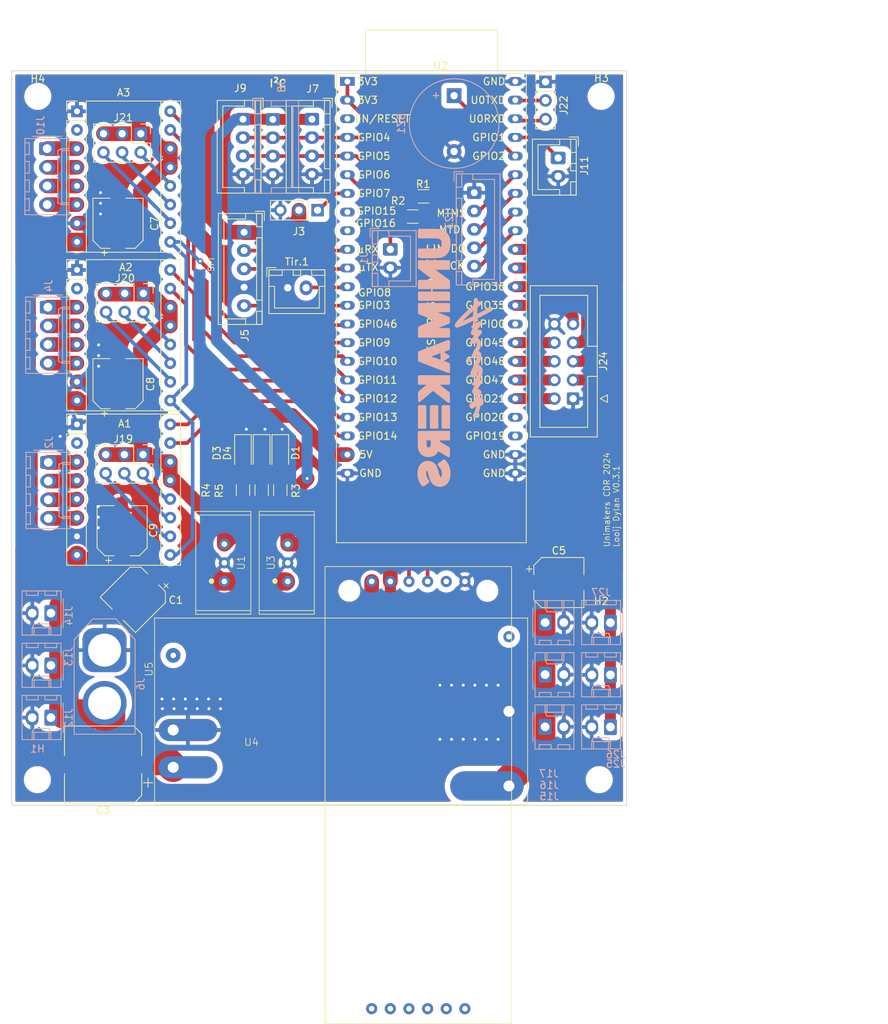
<source format=kicad_pcb>
(kicad_pcb (version 20221018) (generator pcbnew)
  (title_block (title "Robot Unimakers CDR 2024") (date "2023-10-21") (rev "V0.3") (comment 4 "AISLER Project ID: SVBFSYCL"))
  (layers (0 "F.Cu" signal "Front") (31 "B.Cu" signal "Back") (34 "B.Paste" user) (35 "F.Paste" user) (36 "B.SilkS" user "B.Silkscreen") (37 "F.SilkS" user "F.Silkscreen") (38 "B.Mask" user) (39 "F.Mask" user) (44 "Edge.Cuts" user))
  (net 0 "")
  (net 1 "GND")
  (net 3 "Net-(A1-A2)")
  (net 4 "Net-(A1-A1)")
  (net 5 "Net-(A1-B1)")
  (net 6 "Net-(A1-B2)")
  (net 7 "+12V")
  (net 8 "EN")
  (net 9 "Net-(A1-M0)")
  (net 10 "Net-(A1-M1)")
  (net 11 "Net-(A1-M2)")
  (net 12 "+5V")
  (net 13 "STEP1")
  (net 14 "DIR1")
  (net 16 "Net-(A2-A2)")
  (net 17 "Net-(A2-A1)")
  (net 18 "Net-(A2-B1)")
  (net 19 "Net-(A2-B2)")
  (net 20 "Net-(A2-M0)")
  (net 21 "Net-(A2-M1)")
  (net 22 "Net-(A2-M2)")
  (net 23 "STEP2")
  (net 24 "DIR2")
  (net 25 "LIDARRX")
  (net 26 "LIDARTX")
  (net 27 "PWMLIDAR")
  (net 28 "SCL")
  (net 29 "SDA")
  (net 30 "Neopixel")
  (net 32 "Net-(A3-A2)")
  (net 33 "Net-(A3-A1)")
  (net 34 "Net-(A3-B1)")
  (net 35 "Net-(A3-B2)")
  (net 36 "Net-(A3-M0)")
  (net 37 "Net-(A3-M1)")
  (net 38 "Net-(A3-M2)")
  (net 39 "STEP3")
  (net 40 "DIR3")
  (net 41 "Net-(Tir.1-Pin_2)")
  (net 42 "Net-(J23-Pin_2)")
  (net 43 "Net-(J23-Pin_3)")
  (net 44 "Net-(J23-Pin_4)")
  (net 45 "Net-(J22-Pin_3)")
  (net 46 "Net-(J22-Pin_2)")
  (net 47 "+3.3V")
  (net 48 "/GP1")
  (net 49 "Net-(D1-A)")
  (net 50 "+3.3VP")
  (net 51 "Net-(J23-Pin_5)")
  (net 52 "Net-(D3-A)")
  (net 53 "Net-(D4-A)")
  (net 54 "GPIO21")
  (net 55 "+5VP")
  (net 57 "GPIO47")
  (net 58 "GPIO48")
  (net 59 "GPIO45")
  (net 60 "GPIO38")
  (net 62 "/Power/PwrEn")
  (net 64 "Net-(BZ1--)")
  (net 69 "GPIO37")
  (net 70 "GPIO36")
  (net 71 "GPI035")
  (net 73 "/GP6")
  (footprint "Connector_PinHeader_2.54mm:PinHeader_1x03_P2.54mm_Vertical" (layer "F.Cu") (at 67.716 43.142 -90)
    (fp_text reference "J3")
    (fp_text value "Conn_01x03")
  )
  (footprint "MountingHole:MountingHole_3.2mm_M3" (layer "F.Cu") (at 29.616 27.648)
    (fp_text reference "H4")
    (fp_text value "MountingHole")
  )
  (footprint "Resistor_SMD:R_1206_3216Metric_Pad1.30x1.75mm_HandSolder" (layer "F.Cu") (at 57.556 81.242 90)
    (fp_text reference "R4")
    (fp_text value "R_Small")
  )
  (footprint "Capacitor_SMD:CP_Elec_6.3x4.9" (layer "F.Cu") (at 41.0968 86.7792 90)
    (fp_text reference "C9")
    (fp_text value "C_Polarized")
  )
  (footprint "Connector_JST:JST_XH_B2B-XH-A_1x02_P2.50mm_Vertical" (layer "F.Cu") (at 63.652 53.7084)
    (fp_text reference "Tir.1")
    (fp_text value "Conn_01x02")
  )
  (footprint "Connector_JST:JST_XH_B5B-XH-A_1x05_P2.50mm_Vertical" (layer "F.Cu") (at 57.7084 46.1392 -90)
    (fp_text reference "J5")
    (fp_text value "Conn_01x05")
  )
  (footprint "Traco:Traco 2- 24xx" (layer "F.Cu") (at 54.876 91.148 90)
    (fp_text reference "U1")
    (fp_text value "TSR_2-2450")
  )
  (footprint "Connector_JST:JST_XH_B4B-XH-A_1x04_P2.50mm_Vertical" (layer "F.Cu") (at 66.954 30.756 -90)
    (fp_text reference "J7")
    (fp_text value "Conn_01x04")
  )
  (footprint "ESP:ESP32-S3-DevKitC" (layer "F.Cu") (at 71.78 25.616)
    (fp_text reference "U2")
    (fp_text value "ESP32-S3-DevKitC")
  )
  (footprint "MountingHole:MountingHole_3.2mm_M3" (layer "F.Cu") (at 106.07 120.668)
    (fp_text reference "H2")
    (fp_text value "MountingHole")
  )
  (footprint "Connector_PinHeader_2.54mm:PinHeader_2x03_P2.54mm_Vertical" (layer "F.Cu") (at 43.9924 54.4704 -90)
    (fp_text reference "J20")
    (fp_text value "Conn_02x03_Odd_Even")
  )
  (footprint "Resistor_SMD:R_1206_3216Metric_Pad1.30x1.75mm_HandSolder" (layer "F.Cu") (at 80.67 44.0056 180)
    (fp_text reference "R2")
    (fp_text value "R")
  )
  (footprint "Connector_PinHeader_2.54mm:PinHeader_2x03_P2.54mm_Vertical" (layer "F.Cu") (at 43.9416 76.416 -90)
    (fp_text reference "J19")
    (fp_text value "Conn_02x03_Odd_Even")
  )
  (footprint "Module:Pololu_Breakout-16_15.2x20.3mm" (layer "F.Cu") (at 34.95 51.27)
    (fp_text reference "A2")
    (fp_text value "Pololu_Breakout_DRV8825")
  )
  (footprint "Traco:Traco 2- 24xx" (layer "F.Cu") (at 63.512 91.148 90)
    (fp_text reference "U3")
    (fp_text value "TSR_2-2433")
  )
  (footprint "Capacitor_SMD:CP_Elec_6.3x5.9" (layer "F.Cu") (at 100.5776 93.8404)
    (fp_text reference "C5")
    (fp_text value "C_Polarized")
  )
  (footprint "Resistor_SMD:R_1206_3216Metric_Pad1.30x1.75mm_HandSolder" (layer "F.Cu") (at 62.636 81.242 90)
    (fp_text reference "R3")
    (fp_text value "R_Small")
  )
  (footprint "Connector_PinHeader_2.54mm:PinHeader_2x03_P2.54mm_Vertical" (layer "F.Cu") (at 43.6368 32.728 -90)
    (fp_text reference "J21")
    (fp_text value "Conn_02x03_Odd_Even")
  )
  (footprint "LED_SMD:LED_1206_3216Metric_Pad1.42x1.75mm_HandSolder" (layer "F.Cu") (at 60.096 76.162 -90)
    (fp_text reference "D4")
    (fp_text value "LED_Small")
  )
  (footprint "LED_SMD:LED_1206_3216Metric_Pad1.42x1.75mm_HandSolder" (layer "F.Cu") (at 62.636 76.162 -90)
    (fp_text reference "D1")
    (fp_text value "LED_Small")
  )
  (footprint "Capacitor_SMD:CP_Elec_6.3x5.9" (layer "F.Cu") (at 42.9256 95.8216 -135)
    (fp_text reference "C1")
    (fp_text value "C_Polarized")
  )
  (footprint "Connector_JST:JST_XH_B4B-XH-A_1x04_P2.50mm_Vertical" (layer "F.Cu") (at 57.556 30.756 -90)
    (fp_text reference "J9")
    (fp_text value "Conn_01x04")
  )
  (footprint "Connector_PinHeader_2.54mm:PinHeader_1x03_P2.54mm_Vertical" (layer "F.Cu") (at 98.7548 25.6668)
    (fp_text reference "J22")
    (fp_text value "Conn_01x03")
  )
  (footprint "Traco:Traco TEN 50 series" (layer "F.Cu") (at 70.8148 111.468)
    (fp_text reference "U4")
    (fp_text value "TEN_50-2411WI")
  )
  (footprint "LED_SMD:LED_1206_3216Metric_Pad1.42x1.75mm_HandSolder" (layer "F.Cu") (at 57.556 76.162 -90)
    (fp_text reference "D3")
    (fp_text value "LED_Small")
  )
  (footprint "Module:Pololu_Breakout-16_15.2x20.3mm" (layer "F.Cu") (at 34.95 72.3012)
    (fp_text reference "A1")
    (fp_text value "Pololu_Breakout_DRV8825")
  )
  (footprint "Module:Pololu_Breakout-16_15.2x20.3mm" (layer "F.Cu") (at 34.95 29.68)
    (fp_text reference "A3")
    (fp_text value "Pololu_Breakout_DRV8825")
  )
  (footprint "MountingHole:MountingHole_3.2mm_M3" (layer "F.Cu") (at 106.324 27.648)
    (fp_text reference "H3")
    (fp_text value "MountingHole")
  )
  (footprint "Custom:PCA9685breakout" (layer "F.Cu") (at 81.432 122.771 -90)
    (fp_text reference "U5")
    (fp_text value "~")
  )
  (footprint "Connector_IDC:IDC-Header_2x05_P2.54mm_Vertical" (layer "F.Cu") (at 102.514 68.796 180)
    (fp_text reference "J24")
    (fp_text value "Conn_02x05_Odd_Even")
  )
  (footprint "Resistor_SMD:R_1206_3216Metric_Pad1.30x1.75mm_HandSolder" (layer "F.Cu") (at 60.096 81.242 90)
    (fp_text reference "R5")
    (fp_text value "R_Small")
  )
  (footprint "Capacitor_SMD:CP_Elec_6.3x4.9" (layer "F.Cu") (at 40.538 66.764 90)
    (fp_text reference "C8")
    (fp_text value "C_Polarized")
  )
  (footprint "Resistor_SMD:R_1206_3216Metric_Pad1.30x1.75mm_HandSolder" (layer "F.Cu") (at 82.1432 41.2624 180)
    (fp_text reference "R1")
    (fp_text value "R")
  )
  (footprint "Capacitor_SMD:CP_Elec_10x12.6" (layer "F.Cu") (at 38.506 118.6308 180)
    (fp_text reference "C3")
    (fp_text value "C_Polarized")
  )
  (footprint "Capacitor_SMD:CP_Elec_6.3x4.9" (layer "F.Cu") (at 40.538 44.92 90)
    (fp_text reference "C7")
    (fp_text value "C_Polarized")
  )
  (footprint "Connector_JST:JST_XH_B2B-XH-A_1x02_P2.50mm_Vertical" (layer "F.Cu") (at 100.482 36.03 -90)
    (fp_text reference "J11")
    (fp_text value "Conn_01x02")
  )
  (footprint "Connector_JST:JST_XH_B2B-XH-A_1x02_P2.50mm_Vertical" (layer "B.Cu") (at 77.622 48.476 -90)
    (fp_text reference "J1")
    (fp_text value "Conn_01x02")
  )
  (footprint "Connector_Molex:Molex_KK-254_AE-6410-02A_1x02_P2.54mm_Vertical" (layer "B.Cu") (at 31.394 112.23 180)
    (fp_text reference "J12")
    (fp_text value "Conn_01x02")
  )
  (footprint "Connector_Molex:Molex_KK-254_AE-6410-02A_1x02_P2.54mm_Vertical" (layer "B.Cu") (at 98.703997 106.367998)
    (fp_text reference "J17")
    (fp_text value "Conn_01x02")
  )
  (footprint "Connector_Molex:Molex_KK-254_AE-6410-02A_1x02_P2.54mm_Vertical" (layer "B.Cu") (at 31.394 98.006 180)
    (fp_text reference "J14")
    (fp_text value "Conn_01x02")
  )
  (footprint "Connector_JST:JST_XH_B5B-XH-A_1x05_P2.50mm_Vertical" (layer "B.Cu") (at 89.052 40.7544 -90)
    (fp_text reference "J23")
    (fp_text value "Conn_01x05")
  )
  (footprint "Connector_Molex:Molex_KK-254_AE-6410-04A_1x04_P2.54mm_Vertical" (layer "B.Cu") (at 30.9876 56.35 -90)
    (fp_text reference "J4")
    (fp_text value "Conn_01x04")
  )
  (footprint "MountingHole:MountingHole_3.2mm_M3" (layer "B.Cu") (at 29.56 120.668 180)
    (fp_text reference "H1")
    (fp_text value "MountingHole")
  )
  (footprint "Connector_Molex:Molex_KK-254_AE-6410-02A_1x02_P2.54mm_Vertical" (layer "B.Cu") (at 31.394 105.118 180)
    (fp_text reference "J13")
    (fp_text value "Conn_01x02")
  )
  (footprint "Connector_Molex:Molex_KK-254_AE-6410-02A_1x02_P2.54mm_Vertical" (layer "B.Cu") (at 107.594002 99.296001 180)
    (fp_text reference "J27")
    (fp_text value "Conn_01x02")
  )
  (footprint "Connector_Molex:Molex_KK-254_AE-6410-02A_1x02_P2.54mm_Vertical" (layer "B.Cu") (at 98.704 113.479999)
    (fp_text reference "J16")
    (fp_text value "Conn_01x02")
  )
  (footprint "Buzzer_Beeper:Buzzer_12x9.5RM7.6" (layer "B.Cu") (at 86.3088 27.5464 -90)
    (fp_text reference "BZ1")
    (fp_text value "Buzzer")
  )
  (footprint "Connector_AMASS:AMASS_XT60-M_1x02_P7.20mm_Vertical" (layer "B.Cu") (at 38.7092 103.0352 -90)
    (fp_text reference "J6")
    (fp_text value "Conn_01x02")
  )
  (footprint "Connector_Molex:Molex_KK-254_AE-6410-02A_1x02_P2.54mm_Vertical" (layer "B.Cu") (at 107.594 113.5 180)
    (fp_text reference "J25")
    (fp_text value "Conn_01x02")
  )
  (footprint "Connector_Molex:Molex_KK-254_AE-6410-04A_1x04_P2.54mm_Vertical" (layer "B.Cu") (at 31.0384 77.4828 -90)
    (fp_text reference "J2")
    (fp_text value "Conn_01x04")
  )
  (footprint "Connector_JST:JST_XH_B4B-XH-A_1x04_P2.50mm_Vertical" (layer "B.Cu") (at 61.62 30.776 -90)
    (fp_text reference "J8")
    (fp_text value "Conn_01x04")
  )
  (footprint "Connector_Molex:Molex_KK-254_AE-6410-04A_1x04_P2.54mm_Vertical" (layer "B.Cu") (at 30.886 34.76 -90)
    (fp_text reference "J10")
    (fp_text value "Conn_01x04")
  )
  (footprint "Connector_Molex:Molex_KK-254_AE-6410-02A_1x02_P2.54mm_Vertical" (layer "B.Cu") (at 107.594002 106.408002 180)
    (fp_text reference "J26")
    (fp_text value "Conn_01x02")
  )
  (footprint "Connector_Molex:Molex_KK-254_AE-6410-02A_1x02_P2.54mm_Vertical" (layer "B.Cu") (at 98.704 99.276)
    (fp_text reference "J15")
    (fp_text value "Conn_01x02")
  )
  (gr_poly (pts (xy 81.55356 56.548498) (xy 81.564255 57.157826) (xy 82.739304 57.629659) (xy 83.574753 57.968457) (xy 83.833229 58.075855) (xy 83.933303 58.120442) (xy 83.932764 58.122015) (xy 83.929239 58.124758) (xy 83.913531 58.133634) (xy 83.849508 58.16408) (xy 83.7459 58.20982) (xy 83.60736 58.268887) (xy 83.438554 58.339319) (xy 83.244135 58.419154) (xy 82.797105 58.599172) (xy 82.344749 58.780671) (xy 81.96701 58.934971) (xy 81.703393 59.045748) (xy 81.626725 59.079714) (xy 81.5934 59.096677) (xy 81.590173 59.099672) (xy 81.587069 59.103558) (xy 81.584092 59.108356) (xy 81.581235 59.114082) (xy 81.578499 59.120759) (xy 81.575884 59.128406) (xy 81.571 59.146684) (xy 81.566577 59.169078) (xy 81.5626 59.19574) (xy 81.559057 59.226831) (xy 81.555938 59.262507) (xy 81.553231 59.302925) (xy 81.550924 59.348243) (xy 81.549004 59.398617) (xy 81.547459 59.454202) (xy 81.546278 59.515159) (xy 81.545449 59.581644) (xy 81.544801 59.731824) (xy 81.5448 60.329244) (xy 85.585221 60.329244) (xy 85.585221 59.359166) (xy 84.455749 59.348866) (xy 83.326295 59.338568) (xy 84.446046 58.88938) (xy 85.565812 58.44019) (xy 85.565811 57.8234) (xy 84.468278 57.381918) (xy 84.042131 57.207783) (xy 83.693154 57.060007) (xy 83.45736 56.954209) (xy 83.393159 56.921931) (xy 83.376453 56.911801) (xy 83.370759 56.906003) (xy 83.372182 56.904215) (xy 83.376409 56.90245) (xy 83.393004 56.899008) (xy 83.420017 56.895693) (xy 83.456916 56.892519) (xy 83.558255 56.886666) (xy 83.692782 56.881583) (xy 83.856256 56.877401) (xy 84.044441 56.87425) (xy 84.253096 56.872263) (xy 84.477981 56.871572) (xy 85.585221 56.871573) (xy 85.58522 55.939168) (xy 81.542863 55.939168)) (stroke (width 0.330381)) (fill solid) (layer "B.SilkS"))
  (gr_poly (pts (xy 83.545609 64.37779) (xy 84.953513 64.919183) (xy 85.556107 65.145223) (xy 85.557599 65.144601) (xy 85.559073 65.142635) (xy 85.561958 65.1348) (xy 85.564746 65.121983) (xy 85.567424 65.104454) (xy 85.569973 65.082476) (xy 85.572382 65.05632) (xy 85.576711 64.992536) (xy 85.580291 64.915232) (xy 85.583 64.826547) (xy 85.584714 64.728616) (xy 85.585313 64.623571) (xy 85.584946 64.459305) (xy 85.583324 64.332729) (xy 85.579652 64.238333) (xy 85.576804 64.201483) (xy 85.573148 64.170614) (xy 85.568585 64.145038) (xy 85.563018 64.124066) (xy 85.556349 64.107011) (xy 85.548478 64.093183) (xy 85.539307 64.081895) (xy 85.528737 64.072458) (xy 85.51667 64.064186) (xy 85.503006 64.056386) (xy 85.462172 64.038994) (xy 85.37713 64.006262) (xy 85.095284 63.902364) (xy 84.699215 63.759865) (xy 84.230668 63.593938) (xy 83.34458 63.278876) (xy 83.039498 63.167798) (xy 82.885254 63.108907) (xy 82.729859 63.042264) (xy 84.108994 62.55663) (xy 84.648325 62.364884) (xy 85.097292 62.201799) (xy 85.409048 62.084635) (xy 85.498831 62.048668) (xy 85.536744 62.030653) (xy 85.539919 62.027572) (xy 85.542975 62.023688) (xy 85.545914 62.018989) (xy 85.548738 62.013461) (xy 85.551445 62.007091) (xy 85.554039 61.999865) (xy 85.558892 61.982793) (xy 85.563303 61.96214) (xy 85.567282 61.937795) (xy 85.570837 61.909655) (xy 85.573981 61.877612) (xy 85.576718 61.84156) (xy 85.579063 61.801392) (xy 85.581019 61.757) (xy 85.582601 61.708278) (xy 85.583814 61.655122) (xy 85.584669 61.59742) (xy 85.585343 61.467961) (xy 85.585004 61.307823) (xy 85.583577 61.184447) (xy 85.580439 61.093395) (xy 85.578033 61.058604) (xy 85.574967 61.030232) (xy 85.571163 61.007724) (xy 85.566544 60.990524) (xy 85.561031 60.978078) (xy 85.554546 60.969832) (xy 85.547014 60.965231) (xy 85.538355 60.963721) (xy 85.528495 60.964749) (xy 85.517349 60.967755) (xy 85.517274 60.967748) (xy 84.898638 61.204393) (xy 83.50676 61.742246) (xy 81.564255 62.494603) (xy 81.564254 63.61183)) (stroke (width 0.330381)) (fill solid) (layer "B.SilkS"))
  (gr_poly (pts (xy 81.731324 51.149976) (xy 81.882754 51.265141) (xy 82.157226 51.470339) (xy 82.919357 52.034719) (xy 83.920913 52.772871) (xy 82.732879 52.783139) (xy 81.544845 52.793416) (xy 81.544847 53.724698) (xy 85.585267 53.724698) (xy 85.585267 52.795606) (xy 85.458999 52.697507) (xy 85.32888 52.600355) (xy 85.068005 52.408341) (xy 84.305328 51.850858) (xy 83.277924 51.102307) (xy 84.431597 51.092015) (xy 85.585267 51.081724) (xy 85.585267 50.111615) (xy 83.565063 50.11163) (xy 81.544845 50.11163) (xy 81.544845 51.003385)) (stroke (width 0.330381)) (fill solid) (layer "B.SilkS"))
  (gr_poly (pts (xy 81.475745 79.101314) (xy 81.481321 79.191702) (xy 81.49022 79.282449) (xy 81.502465 79.373365) (xy 81.518087 79.464266) (xy 81.53711 79.554966) (xy 81.559562 79.645278) (xy 81.585468 79.735018) (xy 81.614857 79.823994) (xy 81.647755 79.912025) (xy 81.684188 79.998923) (xy 81.724182 80.0845) (xy 81.753476 80.142192) (xy 81.783361 80.19762) (xy 81.813619 80.250517) (xy 81.844021 80.300608) (xy 81.874343 80.347623) (xy 81.904362 80.391292) (xy 81.933851 80.431342) (xy 81.962585 80.467502) (xy 81.990341 80.499501) (xy 82.016893 80.527068) (xy 82.042015 80.549931) (xy 82.065484 80.567818) (xy 82.087074 80.580458) (xy 82.097093 80.584726) (xy 82.10656 80.587581) (xy 82.115444 80.588988) (xy 82.123718 80.588915) (xy 82.131353 80.587327) (xy 82.138322 80.584188) (xy 82.195712 80.545859) (xy 82.283151 80.482476) (xy 82.389019 80.403048) (xy 82.501696 80.316582) (xy 82.609562 80.232083) (xy 82.700994 80.158562) (xy 82.764377 80.105025) (xy 82.781917 80.088565) (xy 82.788087 80.08048) (xy 82.787937 80.079268) (xy 82.787492 80.077698) (xy 82.785745 80.073536) (xy 82.782907 80.068076) (xy 82.779038 80.061402) (xy 82.774193 80.0536) (xy 82.768433 80.044749) (xy 82.754401 80.024244) (xy 82.737413 80.000559) (xy 82.71794 79.974363) (xy 82.69645 79.946323) (xy 82.673417 79.917112) (xy 82.661169 79.901289) (xy 82.648168 79.883538) (xy 82.62035 79.843024) (xy 82.590879 79.797113) (xy 82.560666 79.747347) (xy 82.530622 79.69527) (xy 82.50166 79.642424) (xy 82.474695 79.590354) (xy 82.450638 79.540601) (xy 82.434047 79.50419) (xy 82.419199 79.470092) (xy 82.406004 79.437797) (xy 82.394362 79.406791) (xy 82.384184 79.376563) (xy 82.375376 79.346604) (xy 82.367843 79.316401) (xy 82.361491 79.285443) (xy 82.356225 79.253217) (xy 82.351955 79.219214) (xy 82.348582 79.18292) (xy 82.346016 79.143826) (xy 82.344164 79.101419) (xy 82.342928 79.055188) (xy 82.341935 78.949208) (xy 82.342272 78.842677) (xy 82.344214 78.75744) (xy 82.345983 78.72177) (xy 82.348389 78.690179) (xy 82.351513 78.662251) (xy 82.355433 78.637572) (xy 82.360228 78.615728) (xy 82.365976 78.596301) (xy 82.372757 78.578878) (xy 82.380651 78.563043) (xy 82.389736 78.548382) (xy 82.400091 78.53448) (xy 82.411796 78.520922) (xy 82.424926 78.507291) (xy 82.43342 78.49924) (xy 82.442391 78.491573) (xy 82.451805 78.484293) (xy 82.461625 78.477406) (xy 82.482345 78.464828) (xy 82.504261 78.453878) (xy 82.527084 78.444594) (xy 82.55053 78.437015) (xy 82.574308 78.431178) (xy 82.598134 78.427122) (xy 82.621716 78.424886) (xy 82.644772 78.424508) (xy 82.667009 78.426024) (xy 82.677733 78.427506) (xy 82.688143 78.429476) (xy 82.698208 78.431939) (xy 82.707887 78.434901) (xy 82.717147 78.438364) (xy 82.72595 78.442335) (xy 82.734262 78.446819) (xy 82.742048 78.45182) (xy 82.749269 78.457343) (xy 82.755891 78.463391) (xy 82.76074 78.470338) (xy 82.767011 78.482765) (xy 82.774606 78.500365) (xy 82.783425 78.522831) (xy 82.804342 78.581144) (xy 82.828973 78.655252) (xy 82.856527 78.742712) (xy 82.886215 78.841073) (xy 82.917249 78.947889) (xy 82.948838 79.060712) (xy 83.023601 79.317743) (xy 83.099347 79.54831) (xy 83.137597 79.653695) (xy 83.176107 79.752488) (xy 83.214879 79.844703) (xy 83.253915 79.930347) (xy 83.293225 80.009429) (xy 83.332808 80.081957) (xy 83.372669 80.14794) (xy 83.412815 80.207386) (xy 83.453247 80.260307) (xy 83.493971 80.306709) (xy 83.534991 80.346602) (xy 83.57631 80.379994) (xy 83.641106 80.424602) (xy 83.707132 80.465161) (xy 83.774274 80.501651) (xy 83.842417 80.53405) (xy 83.911445 80.562334) (xy 83.981245 80.586483) (xy 84.051698 80.606473) (xy 84.122693 80.622282) (xy 84.19411 80.63389) (xy 84.265837 80.641271) (xy 84.33776 80.644405) (xy 84.40976 80.643271) (xy 84.481724 80.637844) (xy 84.553536 80.628105) (xy 84.625081 80.614028) (xy 84.696243 80.595593) (xy 84.773302 80.57111) (xy 84.846624 80.543488) (xy 84.916332 80.51261) (xy 84.982549 80.478356) (xy 85.045398 80.440603) (xy 85.105001 80.399233) (xy 85.161479 80.354127) (xy 85.214958 80.305163) (xy 85.265558 80.252223) (xy 85.313404 80.195186) (xy 85.358616 80.133933) (xy 85.401317 80.06834) (xy 85.441631 79.998292) (xy 85.479679 79.923667) (xy 85.515584 79.844344) (xy 85.54947 79.760205) (xy 85.568649 79.702895) (xy 85.585955 79.637401) (xy 85.601343 79.564747) (xy 85.61477 79.485954) (xy 85.626191 79.402042) (xy 85.63556 79.314037) (xy 85.642836 79.222952) (xy 85.647973 79.129817) (xy 85.650927 79.03565) (xy 85.651653 78.941473) (xy 85.650108 78.848307) (xy 85.646248 78.757175) (xy 85.640028 78.669097) (xy 85.631403 78.585096) (xy 85.620331 78.506193) (xy 85.606766 78.433409) (xy 85.606843 78.433469) (xy 85.589736 78.359111) (xy 85.570424 78.285887) (xy 85.548885 78.213752) (xy 85.525095 78.14266) (xy 85.499029 78.072565) (xy 85.470664 78.00342) (xy 85.439977 77.93518) (xy 85.406943 77.867798) (xy 85.371538 77.801228) (xy 85.333738 77.735424) (xy 85.293522 77.670341) (xy 85.250862 77.60593) (xy 85.205736 77.542146) (xy 85.158123 77.478945) (xy 85.107994 77.416279) (xy 85.055329 77.3541) (xy 84.944277 77.226568) (xy 84.61406 77.463141) (xy 84.483041 77.557771) (xy 84.370424 77.640553) (xy 84.288205 77.702567) (xy 84.262244 77.723001) (xy 84.248382 77.734899) (xy 84.246592 77.737057) (xy 84.24521 77.73957) (xy 84.244234 77.742432) (xy 84.243657 77.745631) (xy 84.243476 77.749163) (xy 84.243686 77.75302) (xy 84.244284 77.757195) (xy 84.245264 77.761678) (xy 84.246622 77.766464) (xy 84.248353 77.771545) (xy 84.250453 77.776912) (xy 84.252918 77.782559) (xy 84.258922 77.794659) (xy 84.266333 77.807786) (xy 84.275112 77.821881) (xy 84.285224 77.836879) (xy 84.296632 77.852724) (xy 84.309304 77.869355) (xy 84.3232 77.886709) (xy 84.338287 77.904727) (xy 84.354528 77.923351) (xy 84.371888 77.942517) (xy 84.412886 77.989005) (xy 84.452019 78.037396) (xy 84.524574 78.139252) (xy 84.589355 78.24681) (xy 84.646155 78.358798) (xy 84.694777 78.47394) (xy 84.73502 78.590965) (xy 84.766675 78.708598) (xy 84.789547 78.825565) (xy 84.803434 78.940594) (xy 84.808129 79.052409) (xy 84.803435 79.159738) (xy 84.789149 79.261308) (xy 84.778345 79.309533) (xy 84.765071 79.355842) (xy 84.749294 79.400074) (xy 84.730993 79.44207) (xy 84.710144 79.48167) (xy 84.686721 79.518716) (xy 84.660698 79.553049) (xy 84.632049 79.584508) (xy 84.611471 79.604736) (xy 84.592694 79.622257) (xy 84.583888 79.630002) (xy 84.575422 79.637068) (xy 84.567256 79.643456) (xy 84.559354 79.649166) (xy 84.551677 79.654196) (xy 84.544191 79.658547) (xy 84.536856 79.662217) (xy 84.529635 79.665207) (xy 84.522492 79.667516) (xy 84.515387 79.669146) (xy 84.508284 79.670091) (xy 84.501146 79.670356) (xy 84.493936 79.669938) (xy 84.486617 79.668837) (xy 84.479148 79.667054) (xy 84.471494 79.664586) (xy 84.463619 79.661435) (xy 84.455483 79.657599) (xy 84.447052 79.653078) (xy 84.438285 79.647872) (xy 84.429147 79.641981) (xy 84.419598 79.635404) (xy 84.399125 79.620189) (xy 84.376568 79.602225) (xy 84.351623 79.58151) (xy 84.334514 79.566218) (xy 84.326308 79.558121) (xy 84.318298 79.549645) (xy 84.310461 79.540725) (xy 84.302772 79.531304) (xy 84.295203 79.52132) (xy 84.287732 79.510712) (xy 84.280331 79.49942) (xy 84.272975 79.487383) (xy 84.265639 79.474541) (xy 84.258298 79.460831) (xy 84.243498 79.430573) (xy 84.228371 79.39612) (xy 84.212714 79.35699) (xy 84.196324 79.312697) (xy 84.178996 79.262755) (xy 84.160531 79.206679) (xy 84.14072 79.143985) (xy 84.119364 79.074187) (xy 84.096258 78.996799) (xy 84.071198 78.911336) (xy 83.999168 78.669282) (xy 83.935043 78.466745) (xy 83.87654 78.298385) (xy 83.848684 78.225354) (xy 83.821378 78.158867) (xy 83.794336 78.098253) (xy 83.767271 78.042848) (xy 83.739902 77.991983) (xy 83.711941 77.944992) (xy 83.683101 77.901208) (xy 83.653102 77.859961) (xy 83.621653 77.820585) (xy 83.588471 77.782414) (xy 83.55487 77.747239) (xy 83.519328 77.71388) (xy 83.481952 77.682348) (xy 83.442849 77.652655) (xy 83.402128 77.624814) (xy 83.359889 77.598835) (xy 83.31624 77.574729) (xy 83.271293 77.55251) (xy 83.225149 77.53219) (xy 83.177915 77.513777) (xy 83.129698 77.497287) (xy 83.080608 77.48273) (xy 82.980218 77.459463) (xy 82.877601 77.444069) (xy 82.773609 77.436643) (xy 82.669087 77.437278) (xy 82.56489 77.446068) (xy 82.51318 77.453552) (xy 82.46187 77.463108) (xy 82.411066 77.474751) (xy 82.360877 77.488493) (xy 82.311405 77.504342) (xy 82.262761 77.522314) (xy 82.215047 77.542417) (xy 82.168375 77.564666) (xy 82.122846 77.589071) (xy 82.078569 77.615645) (xy 82.020569 77.655492) (xy 81.965328 77.699611) (xy 81.912877 77.747813) (xy 81.863237 77.799911) (xy 81.816438 77.855721) (xy 81.772506 77.915055) (xy 81.731468 77.977728) (xy 81.69335 78.043552) (xy 81.658179 78.11234) (xy 81.625984 78.18391) (xy 81.596786 78.258071) (xy 81.570618 78.334639) (xy 81.547504 78.413428) (xy 81.527469 78.494251) (xy 81.510543 78.576921) (xy 81.496752 78.661253) (xy 81.486122 78.74706) (xy 81.478678 78.834156) (xy 81.474451 78.922355) (xy 81.473464 79.011469)) (stroke (width 0.330381)) (fill solid) (layer "B.SilkS"))
  (gr_poly (pts (xy 82.360688 72.72247) (xy 82.360688 69.847562) (xy 81.544847 69.847563) (xy 81.544847 72.722471)) (stroke (width 0.330381)) (fill solid) (layer "B.SilkS"))
  (gr_poly (pts (xy 88.548324 69.775265) (xy 88.550098 69.794721) (xy 88.553371 69.813996) (xy 88.55817 69.833041) (xy 88.564518 69.851805) (xy 88.572445 69.870235) (xy 88.581975 69.888283) (xy 88.593138 69.905896) (xy 88.605958 69.923024) (xy 88.615306 69.934049) (xy 88.624784 69.944167) (xy 88.634409 69.953373) (xy 88.644203 69.961659) (xy 88.654185 69.969022) (xy 88.664374 69.975457) (xy 88.674793 69.980958) (xy 88.685458 69.98552) (xy 88.696392 69.989135) (xy 88.707613 69.991802) (xy 88.719141 69.993512) (xy 88.730997 69.994262) (xy 88.743201 69.994045) (xy 88.755771 69.992857) (xy 88.768729 69.990692) (xy 88.782094 69.987546) (xy 88.795885 69.98341) (xy 88.810123 69.978283) (xy 88.824828 69.972156) (xy 88.840021 69.965027) (xy 88.855719 69.956888) (xy 88.871944 69.947735) (xy 88.888715 69.937562) (xy 88.906052 69.926365) (xy 88.923975 69.914137) (xy 88.942504 69.900873) (xy 88.96166 69.886567) (xy 88.981461 69.871215) (xy 89.023079 69.837351) (xy 89.067522 69.799237) (xy 89.093501 69.776768) (xy 89.117947 69.756294) (xy 89.140976 69.737758) (xy 89.162702 69.721099) (xy 89.18324 69.706259) (xy 89.202704 69.693175) (xy 89.221208 69.681791) (xy 89.23887 69.672047) (xy 89.255805 69.663882) (xy 89.272124 69.657238) (xy 89.287944 69.652055) (xy 89.303381 69.648274) (xy 89.318549 69.645833) (xy 89.333563 69.644677) (xy 89.348536 69.644741) (xy 89.363586 69.64597) (xy 89.375312 69.647538) (xy 89.386317 69.649412) (xy 89.39661 69.651653) (xy 89.406195 69.654322) (xy 89.415077 69.657477) (xy 89.423262 69.661177) (xy 89.430755 69.665487) (xy 89.437563 69.670463) (xy 89.44369 69.676165) (xy 89.449141 69.682654) (xy 89.453924 69.689992) (xy 89.458042 69.698236) (xy 89.461504 69.707447) (xy 89.464311 69.717686) (xy 89.46647 69.729013) (xy 89.467989 69.741486) (xy 89.46887 69.755167) (xy 89.469122 69.770115) (xy 89.468747 69.786391) (xy 89.467754 69.804054) (xy 89.466145 69.823165) (xy 89.463928 69.843784) (xy 89.461108 69.865971) (xy 89.45769 69.889785) (xy 89.453678 69.915286) (xy 89.449081 69.942536) (xy 89.438149 70.002519) (xy 89.424936 70.070213) (xy 89.409485 70.1461) (xy 89.38095 70.273967) (xy 89.3497 70.394095) (xy 89.315585 70.506868) (xy 89.297409 70.560619) (xy 89.278462 70.612678) (xy 89.258727 70.663094) (xy 89.238185 70.711912) (xy 89.216819 70.759186) (xy 89.194608 70.80496) (xy 89.171537 70.849285) (xy 89.147585 70.89221) (xy 89.122736 70.933782) (xy 89.09697 70.97405) (xy 89.082017 70.996931) (xy 89.068777 71.017864) (xy 89.057219 71.036994) (xy 89.047302 71.054467) (xy 89.03899 71.070429) (xy 89.032245 71.085023) (xy 89.027031 71.098396) (xy 89.023313 71.110694) (xy 89.021049 71.12206) (xy 89.020452 71.127441) (xy 89.020204 71.132642) (xy 89.020304 71.137683) (xy 89.020744 71.142585) (xy 89.021521 71.147361) (xy 89.022628 71.152031) (xy 89.025821 71.161131) (xy 89.030285 71.170025) (xy 89.035982 71.178863) (xy 89.042877 71.187787) (xy 89.049818 71.195853) (xy 89.05673 71.203281) (xy 89.063623 71.210075) (xy 89.070503 71.216227) (xy 89.07738 71.221738) (xy 89.084262 71.226605) (xy 89.091154 71.230827) (xy 89.098069 71.2344) (xy 89.105011 71.237323) (xy 89.111989 71.239593) (xy 89.119012 71.241209) (xy 89.126086 71.242167) (xy 89.133222 71.242469) (xy 89.140426 71.242106) (xy 89.147706 71.241079) (xy 89.155071 71.239388) (xy 89.162526 71.237029) (xy 89.170082 71.233999) (xy 89.177748 71.230297) (xy 89.185529 71.22592) (xy 89.193436 71.220867) (xy 89.201474 71.215135) (xy 89.209652 71.208721) (xy 89.217978 71.201624) (xy 89.226461 71.193842) (xy 89.235109 71.185372) (xy 89.243928 71.176211) (xy 89.252929 71.166359) (xy 89.262117 71.155813) (xy 89.271503 71.14457) (xy 89.290894 71.119986) (xy 89.319179 71.081197) (xy 89.346266 71.040504) (xy 89.372227 70.997711) (xy 89.397129 70.952621) (xy 89.421048 70.905038) (xy 89.444052 70.85477) (xy 89.466213 70.801617) (xy 89.487602 70.745387) (xy 89.508291 70.685884) (xy 89.528349 70.622911) (xy 89.547849 70.556274) (xy 89.566861 70.485777) (xy 89.585455 70.411225) (xy 89.603706 70.332422) (xy 89.62168 70.249174) (xy 89.639451 70.161283) (xy 89.668692 70.01348) (xy 89.692461 69.901366) (xy 89.703114 69.856836) (xy 89.713379 69.818998) (xy 89.723589 69.787111) (xy 89.734064 69.760431) (xy 89.745139 69.738217) (xy 89.757137 69.719726) (xy 89.770386 69.704214) (xy 89.785215 69.690938) (xy 89.801949 69.679157) (xy 89.820919 69.668125) (xy 89.866868 69.645346) (xy 89.881479 69.638045) (xy 89.896517 69.629892) (xy 89.911863 69.620971) (xy 89.927407 69.611373) (xy 89.943034 69.60118) (xy 89.95863 69.590484) (xy 89.974085 69.579371) (xy 89.98928 69.567927) (xy 90.004108 69.556242) (xy 90.01845 69.5444) (xy 90.032193 69.532491) (xy 90.045227 69.520601) (xy 90.057437 69.508817) (xy 90.068708 69.497228) (xy 90.078927 69.48592) (xy 90.087983 69.474979) (xy 90.097776 69.461786) (xy 90.10695 69.447917) (xy 90.115508 69.433421) (xy 90.123445 69.418342) (xy 90.137462 69.386615) (xy 90.148999 69.353105) (xy 90.158053 69.318174) (xy 90.16462 69.282184) (xy 90.168702 69.245504) (xy 90.170291 69.208494) (xy 90.169386 69.171522) (xy 90.165984 69.134947) (xy 90.160082 69.099138) (xy 90.15168 69.064459) (xy 90.14077 69.031269) (xy 90.127354 68.999938) (xy 90.119706 68.985083) (xy 90.111428 68.970829) (xy 90.102522 68.95722) (xy 90.092988 68.944304) (xy 90.092529 68.944188) (xy 90.070834 68.918509) (xy 90.048475 68.895685) (xy 90.025544 68.875664) (xy 90.002126 68.858394) (xy 89.978313 68.843824) (xy 89.954189 68.831903) (xy 89.929847 68.822579) (xy 89.905373 68.815801) (xy 89.880859 68.811516) (xy 89.85639 68.809675) (xy 89.836852 68.810117) (xy 89.83685 69.088989) (xy 89.839743 69.0891) (xy 89.842695 69.089492) (xy 89.845715 69.090162) (xy 89.848812 69.091108) (xy 89.85199 69.092327) (xy 89.855256 69.093817) (xy 89.858621 69.095577) (xy 89.862088 69.097603) (xy 89.865666 69.099894) (xy 89.869362 69.102446) (xy 89.873183 69.105259) (xy 89.881225 69.111653) (xy 89.8879 69.117458) (xy 89.894124 69.123422) (xy 89.899898 69.129538) (xy 89.905221 69.135804) (xy 89.910094 69.142212) (xy 89.914519 69.148759) (xy 89.918493 69.155436) (xy 89.922018 69.16224) (xy 89.925094 69.169164) (xy 89.92772 69.176204) (xy 89.929899 69.183353) (xy 89.931628 69.190607) (xy 89.932909 69.19796) (xy 89.933739 69.205407) (xy 89.934123 69.212941) (xy 89.93406 69.220558) (xy 89.933548 69.228252) (xy 89.932587 69.236017) (xy 89.93118 69.24385) (xy 89.929325 69.25174) (xy 89.927023 69.259687) (xy 89.924273 69.267685) (xy 89.921076 69.275725) (xy 89.917434 69.283803) (xy 89.913344 69.291915) (xy 89.908807 69.300054) (xy 89.903824 69.308216) (xy 89.898397 69.316395) (xy 89.892522 69.324584) (xy 89.886201 69.33278) (xy 89.879434 69.340974) (xy 89.872223 69.349164) (xy 89.865515 69.356397) (xy 89.858656 69.363428) (xy 89.851699 69.370222) (xy 89.844693 69.37674) (xy 89.837689 69.382946) (xy 89.830735 69.388805) (xy 89.823885 69.394279) (xy 89.817186 69.399333) (xy 89.810691 69.403929) (xy 89.804448 69.408031) (xy 89.798508 69.411602) (xy 89.792922 69.414606) (xy 89.787739 69.417007) (xy 89.783011 69.418765) (xy 89.778788 69.419848) (xy 89.776879 69.420124) (xy 89.775118 69.420218) (xy 89.7709 69.419684) (xy 89.766992 69.418122) (xy 89.763388 69.415578) (xy 89.760086 69.412105) (xy 89.757085 69.407753) (xy 89.754384 69.402573) (xy 89.75198 69.396616) (xy 89.749875 69.389932) (xy 89.748064 69.382573) (xy 89.746546 69.374587) (xy 89.744383 69.35694) (xy 89.743373 69.337401) (xy 89.743506 69.316373) (xy 89.744766 69.294262) (xy 89.747144 69.271472) (xy 89.750622 69.248411) (xy 89.755193 69.225482) (xy 89.76084 69.203091) (xy 89.767552 69.181645) (xy 89.771303 69.1714) (xy 89.775316 69.161545) (xy 89.779589 69.152129) (xy 89.784118 69.143201) (xy 89.790194 69.13222) (xy 89.796003 69.122527) (xy 89.798826 69.118157) (xy 89.801605 69.114101) (xy 89.804346 69.110359) (xy 89.807056 69.106926) (xy 89.809742 69.103802) (xy 89.81241 69.100984) (xy 89.815071 69.098468) (xy 89.817728 69.096253) (xy 89.820389 69.094337) (xy 89.823063 69.092718) (xy 89.825754 69.091393) (xy 89.828473 69.09036) (xy 89.831222 69.089616) (xy 89.834013 69.08916) (xy 89.83685 69.088989) (xy 89.836852 68.810117) (xy 89.832056 68.810225) (xy 89.807945 68.813114) (xy 89.784147 68.818292) (xy 89.76075 68.825706) (xy 89.737842 68.835307) (xy 89.715511 68.84704) (xy 89.693848 68.860856) (xy 89.672941 68.876703) (xy 89.652877 68.89453) (xy 89.633746 68.914286) (xy 89.615636 68.935916) (xy 89.598636 68.959372) (xy 89.582834 68.984602) (xy 89.568319 69.011554) (xy 89.55518 69.040176) (xy 89.543506 69.070418) (xy 89.533384 69.102227) (xy 89.524903 69.135552) (xy 89.518154 69.170342) (xy 89.513222 69.206546) (xy 89.510199 69.244111) (xy 89.509171 69.282987) (xy 89.508987 69.302646) (xy 89.508408 69.320448) (xy 89.507389 69.336476) (xy 89.505884 69.35081) (xy 89.503849 69.363531) (xy 89.50124 69.37472) (xy 89.498013 69.384459) (xy 89.496153 69.388811) (xy 89.494122 69.392829) (xy 89.491914 69.396527) (xy 89.489524 69.39991) (xy 89.486945 69.402993) (xy 89.484172 69.405784) (xy 89.481202 69.408294) (xy 89.478025 69.410532) (xy 89.474638 69.412509) (xy 89.471037 69.414235) (xy 89.467213 69.415719) (xy 89.463161 69.416973) (xy 89.454356 69.418829) (xy 89.444576 69.419883) (xy 89.433777 69.420217) (xy 89.422042 69.420033) (xy 89.411104 69.419458) (xy 89.400966 69.418458) (xy 89.391629 69.416997) (xy 89.383096 69.415042) (xy 89.375375 69.412557) (xy 89.368465 69.409506) (xy 89.362371 69.405857) (xy 89.357094 69.401573) (xy 89.354765 69.399183) (xy 89.352642 69.396621) (xy 89.350726 69.393884) (xy 89.349015 69.390965) (xy 89.347512 69.387862) (xy 89.346216 69.38457) (xy 89.344251 69.377404) (xy 89.343121 69.369428) (xy 89.342829 69.360609) (xy 89.34338 69.350914) (xy 89.344777 69.340307) (xy 89.347022 69.328753) (xy 89.350122 69.316216) (xy 89.354075 69.302663) (xy 89.358888 69.288059) (xy 89.364564 69.272371) (xy 89.371104 69.255559) (xy 89.378516 69.237595) (xy 89.386797 69.218438) (xy 89.395956 69.198057) (xy 89.416912 69.153481) (xy 89.441413 69.103589) (xy 89.469483 69.048101) (xy 89.536656 68.90812) (xy 89.604446 68.751469) (xy 89.669899 68.58659) (xy 89.730069 68.421919) (xy 89.782001 68.265894) (xy 89.822749 68.126957) (xy 89.838006 68.066533) (xy 89.849361 68.013544) (xy 89.856444 67.969046) (xy 89.858886 67.934094) (xy 89.858529 67.9218) (xy 89.857467 67.909531) (xy 89.855726 67.897313) (xy 89.85333 67.885165) (xy 89.850298 67.873116) (xy 89.846653 67.861187) (xy 89.842421 67.849405) (xy 89.837622 67.83779) (xy 89.832279 67.826368) (xy 89.826413 67.815163) (xy 89.82005 67.804199) (xy 89.813211 67.793499) (xy 89.805916 67.783088) (xy 89.798193 67.77299) (xy 89.79006 67.763228) (xy 89.781542 67.753826) (xy 89.772661 67.744809) (xy 89.763438 67.7362) (xy 89.753899 67.728023) (xy 89.744064 67.720303) (xy 89.733956 67.713062) (xy 89.723599 67.706327) (xy 89.713012 67.700117) (xy 89.702223 67.694461) (xy 89.69125 67.68938) (xy 89.680118 67.684899) (xy 89.668849 67.681042) (xy 89.657465 67.677832) (xy 89.645989 67.675294) (xy 89.634444 67.673452) (xy 89.622852 67.672328) (xy 89.611236 67.671948) (xy 89.600989 67.672251) (xy 89.589344 67.673138) (xy 89.576438 67.674582) (xy 89.5624 67.676548) (xy 89.531462 67.681938) (xy 89.497586 67.689069) (xy 89.461828 67.697701) (xy 89.425246 67.707592) (xy 89.388897 67.718506) (xy 89.353836 67.730199) (xy 89.288509 67.752835) (xy 89.232695 67.771356) (xy 89.192327 67.783859) (xy 89.17979 67.787263) (xy 89.17334 67.788449) (xy 89.170472 67.787387) (xy 89.169066 67.78424) (xy 89.169085 67.779068) (xy 89.170495 67.771931) (xy 89.177342 67.751999) (xy 89.189323 67.724923) (xy 89.206158 67.69118) (xy 89.227562 67.651249) (xy 89.253252 67.605606) (xy 89.282944 67.554731) (xy 89.353208 67.439191) (xy 89.436085 67.308452) (xy 89.529315 67.166337) (xy 89.630631 67.016667) (xy 89.692091 66.925898) (xy 89.749427 66.838588) (xy 89.801385 66.756836) (xy 89.846711 66.682739) (xy 89.884149 66.6184) (xy 89.912443 66.565915) (xy 89.93034 66.527382) (xy 89.934997 66.514005) (xy 89.936585 66.504903) (xy 89.936284 66.49485) (xy 89.935385 66.485102) (xy 89.933902 66.475669) (xy 89.931842 66.466554) (xy 89.929217 66.457763) (xy 89.926035 66.449303) (xy 89.922308 66.441177) (xy 89.918044 66.433394) (xy 89.913254 66.425956) (xy 89.90795 66.41887) (xy 89.902139 66.412141) (xy 89.895834 66.405776) (xy 89.889042 66.399781) (xy 89.881775 66.394158) (xy 89.874044 66.388917) (xy 89.865856 66.384062) (xy 89.857225 66.379596) (xy 89.848156 66.375528) (xy 89.838665 66.371863) (xy 89.828757 66.368604) (xy 89.818445 66.36576) (xy 89.807738 66.363335) (xy 89.796645 66.361334) (xy 89.78518 66.359763) (xy 89.773348 66.358628) (xy 89.761164 66.357935) (xy 89.748632 66.357688) (xy 89.735769 66.357894) (xy 89.72258 66.358558) (xy 89.709077 66.359686) (xy 89.69527 66.361284) (xy 89.681168 66.363355) (xy 89.653664 66.367312) (xy 89.628503 66.369934) (xy 89.61696 66.370748) (xy 89.606196 66.371238) (xy 89.596276 66.371404) (xy 89.587261 66.371248) (xy 89.57922 66.370774) (xy 89.572213 66.369984) (xy 89.566308 66.368881) (xy 89.561567 66.367467) (xy 89.558056 66.365745) (xy 89.556781 66.364769) (xy 89.555839 66.363717) (xy 89.555235 66.362589) (xy 89.554978 66.361386) (xy 89.555079 66.360108) (xy 89.555543 66.358754) (xy 89.623983 66.219791) (xy 89.770736 65.923718) (xy 89.82955 65.80074) (xy 89.881385 65.68267) (xy 89.926245 65.569489) (xy 89.964133 65.461177) (xy 89.995046 65.357713) (xy 90.018991 65.259078) (xy 90.035965 65.165251) (xy 90.045972 65.076211) (xy 90.049013 64.991939) (xy 90.045087 64.912414) (xy 90.0342 64.837616) (xy 90.01635 64.767525) (xy 89.991541 64.702121) (xy 89.959774 64.641383) (xy 89.921047 64.585292) (xy 89.875367 64.533826) (xy 89.853637 64.512342) (xy 89.833739 64.493335) (xy 89.815317 64.476674) (xy 89.798017 64.462229) (xy 89.789676 64.455798) (xy 89.781481 64.449872) (xy 89.773388 64.444435) (xy 89.765351 64.439471) (xy 89.75733 64.434964) (xy 89.749276 64.430898) (xy 89.741145 64.427254) (xy 89.732896 64.42402) (xy 89.72448 64.421178) (xy 89.715854 64.41871) (xy 89.706975 64.416602) (xy 89.697798 64.414838) (xy 89.688276 64.413399) (xy 89.678368 64.412272) (xy 89.668028 64.411439) (xy 89.65721 64.410884) (xy 89.633969 64.410544) (xy 89.608285 64.411121) (xy 89.579806 64.412487) (xy 89.548173 64.41451) (xy 89.509123 64.416874) (xy 89.472694 64.418424) (xy 89.439685 64.41917) (xy 89.410889 64.419121) (xy 89.387108 64.418291) (xy 89.369134 64.416688) (xy 89.362575 64.415599) (xy 89.357768 64.414322) (xy 89.354812 64.412857) (xy 89.354058 64.412055) (xy 89.353806 64.411206) (xy 89.354797 64.407573) (xy 89.357697 64.400258) (xy 89.368838 64.375376) (xy 89.386448 64.338154) (xy 89.409747 64.290185) (xy 89.470285 64.168379) (xy 89.544206 64.022703) (xy 89.583717 63.943717) (xy 89.623027 63.861703) (xy 89.661104 63.779053) (xy 89.696912 63.698155) (xy 89.729415 63.621403) (xy 89.757579 63.551185) (xy 89.780364 63.489893) (xy 89.796737 63.439916) (xy 89.816521 63.365392) (xy 89.832337 63.290223) (xy 89.844268 63.215049) (xy 89.852393 63.14051) (xy 89.856792 63.067249) (xy 89.857546 62.995906) (xy 89.854737 62.927123) (xy 89.848445 62.861539) (xy 89.838747 62.799797) (xy 89.825727 62.742535) (xy 89.809463 62.690397) (xy 89.790037 62.644023) (xy 89.767528 62.604053) (xy 89.755144 62.58667) (xy 89.742017 62.571129) (xy 89.728161 62.557509) (xy 89.713586 62.545891) (xy 89.6983 62.536356) (xy 89.682312 62.528981) (xy 89.675314 62.526522) (xy 89.66736 62.524133) (xy 89.658539 62.521824) (xy 89.648941 62.519611) (xy 89.638656 62.517504) (xy 89.627776 62.515516) (xy 89.604588 62.511946) (xy 89.5801 62.508998) (xy 89.555033 62.506772) (xy 89.530112 62.505363) (xy 89.517932 62.504998) (xy 89.506058 62.504872) (xy 89.483273 62.50451) (xy 89.462021 62.50347) (xy 89.442768 62.501828) (xy 89.425975 62.499655) (xy 89.418646 62.498393) (xy 89.412105 62.497027) (xy 89.406414 62.495564) (xy 89.401626 62.494016) (xy 89.397802 62.49239) (xy 89.394998 62.490696) (xy 89.393273 62.488944) (xy 89.392834 62.488048) (xy 89.392686 62.487142) (xy 89.39374 62.483299) (xy 89.396837 62.475588) (xy 89.408729 62.449394) (xy 89.427532 62.410235) (xy 89.452408 62.359783) (xy 89.517034 62.231699) (xy 89.595933 62.078534) (xy 89.656776 61.959861) (xy 89.704571 61.861624) (xy 89.72411 61.8185) (xy 89.741032 61.77848) (xy 89.755553 61.740897) (xy 89.767885 61.705081) (xy 89.778247 61.670365) (xy 89.786848 61.636082) (xy 89.793908 61.601562) (xy 89.799642 61.566136) (xy 89.80426 61.529137) (xy 89.807985 61.489898) (xy 89.813598 61.402021) (xy 89.817701 61.31105) (xy 89.818779 61.273145) (xy 89.819034 61.23959) (xy 89.818337 61.209862) (xy 89.816555 61.183435) (xy 89.813561 61.159783) (xy 89.809221 61.13838) (xy 89.803408 61.118701) (xy 89.795989 61.100222) (xy 89.786835 61.082413) (xy 89.775813 61.064752) (xy 89.762798 61.046714) (xy 89.747654 61.027769) (xy 89.710465 60.985067) (xy 89.690328 60.96277) (xy 89.67199 60.943154) (xy 89.654941 60.926054) (xy 89.64674 60.918393) (xy 89.638671 60.911298) (xy 89.630671 60.904749) (xy 89.622677 60.898724) (xy 89.614627 60.893202) (xy 89.606453 60.888163) (xy 89.598094 60.883586) (xy 89.589489 60.87945) (xy 89.580571 60.875734) (xy 89.571279 60.872417) (xy 89.561547 60.869479) (xy 89.551313 60.866898) (xy 89.540516 60.864654) (xy 89.529089 60.862726) (xy 89.516971 60.861094) (xy 89.504097 60.859735) (xy 89.490404 60.85863) (xy 89.47583 60.857758) (xy 89.44378 60.856626) (xy 89.407443 60.856175) (xy 89.366307 60.856239) (xy 89.31987 60.856648) (xy 89.265374 60.85669) (xy 89.215218 60.85561) (xy 89.170452 60.853516) (xy 89.132124 60.850513) (xy 89.101278 60.846706) (xy 89.088991 60.844535) (xy 89.07897 60.842205) (xy 89.071343 60.839726) (xy 89.066243 60.837114) (xy 89.063801 60.834381) (xy 89.063618 60.832974) (xy 89.064149 60.83154) (xy 89.075774 60.816507) (xy 89.102043 60.784314) (xy 89.191858 60.67646) (xy 89.320278 60.524007) (xy 89.473983 60.342984) (xy 89.629565 60.157469) (xy 89.762997 59.992787) (xy 89.816973 59.923853) (xy 89.860089 59.866839) (xy 89.890572 59.823982) (xy 89.906647 59.797522) (xy 89.915764 59.776986) (xy 89.923172 59.757557) (xy 89.928862 59.739233) (xy 89.932834 59.722013) (xy 89.93508 59.705897) (xy 89.935593 59.690882) (xy 89.934369 59.676968) (xy 89.931402 59.664154) (xy 89.926687 59.652438) (xy 89.920217 59.64182) (xy 89.911987 59.632298) (xy 89.901992 59.623873) (xy 89.890225 59.61654) (xy 89.876682 59.610301) (xy 89.861358 59.605155) (xy 89.844245 59.601098) (xy 89.825338 59.598132) (xy 89.804632 59.596255) (xy 89.78212 59.595465) (xy 89.7578 59.595762) (xy 89.731662 59.597145) (xy 89.703704 59.599611) (xy 89.673918 59.603162) (xy 89.6423 59.607794) (xy 89.608841 59.613508) (xy 89.573541 59.620302) (xy 89.53639 59.628174) (xy 89.497384 59.637124) (xy 89.456517 59.647151) (xy 89.413783 59.658254) (xy 89.369178 59.670433) (xy 89.322694 59.683682) (xy 89.199017 59.71857) (xy 89.097734 59.74511) (xy 89.058759 59.754439) (xy 89.029301 59.760708) (xy 89.010667 59.763593) (xy 89.005819 59.763665) (xy 89.004165 59.76277) (xy 89.0066 59.758349) (xy 89.01374 59.748072) (xy 89.041178 59.711176) (xy 89.141951 59.580651) (xy 89.291096 59.390927) (xy 89.473221 59.161734) (xy 89.574315 59.033607) (xy 89.664488 58.916273) (xy 89.742754 58.811152) (xy 89.808123 58.719665) (xy 89.859609 58.643227) (xy 89.896223 58.583263) (xy 89.908643 58.559901) (xy 89.916977 58.54119) (xy 89.921098 58.527308) (xy 89.920883 58.518431) (xy 89.916667 58.508269) (xy 89.912081 58.498864) (xy 89.907096 58.490218) (xy 89.901686 58.482336) (xy 89.89582 58.475221) (xy 89.88947 58.46888) (xy 89.882611 58.463315) (xy 89.875209 58.458532) (xy 89.86724 58.454534) (xy 89.858674 58.451327) (xy 89.849483 58.448914) (xy 89.839638 58.447301) (xy 89.829112 58.44649) (xy 89.817873 58.446486) (xy 89.805896 58.447296) (xy 89.793152 58.448921) (xy 89.779613 58.451369) (xy 89.765249 58.45464) (xy 89.750032 58.458741) (xy 89.733935 58.463677) (xy 89.716929 58.469451) (xy 89.698983 58.476069) (xy 89.680074 58.483533) (xy 89.660169 58.491849) (xy 89.639241 58.501022) (xy 89.61726 58.511054) (xy 89.594202 58.521953) (xy 89.570035 58.533718) (xy 89.518263 58.559878) (xy 89.461716 58.589566) (xy 89.287913 58.683486) (xy 89.145221 58.763524) (xy 89.03141 58.831241) (xy 88.984641 58.860965) (xy 88.944255 58.888193) (xy 88.909974 58.913119) (xy 88.881521 58.935938) (xy 88.858613 58.956843) (xy 88.840978 58.976031) (xy 88.828331 58.993695) (xy 88.820398 59.010032) (xy 88.816897 59.025232) (xy 88.817552 59.039495) (xy 88.819538 59.047635) (xy 88.822288 59.055345) (xy 88.82577 59.062621) (xy 88.829953 59.069459) (xy 88.834806 59.075856) (xy 88.840294 59.081808) (xy 88.846389 59.087314) (xy 88.853056 59.092368) (xy 88.860264 59.096968) (xy 88.867982 59.101109) (xy 88.876177 59.10479) (xy 88.884816 59.108006) (xy 88.893872 59.110756) (xy 88.903307 59.113032) (xy 88.913095 59.114834) (xy 88.923198 59.116159) (xy 88.93359 59.117002) (xy 88.944236 59.11736) (xy 88.955104 59.117231) (xy 88.966163 59.11661) (xy 88.977381 59.115493) (xy 88.988726 59.11388) (xy 89.000166 59.111763) (xy 89.01167 59.109142) (xy 89.023205 59.106013) (xy 89.03474 59.102372) (xy 89.046243 59.098216) (xy 89.057681 59.093542) (xy 89.069024 59.088345) (xy 89.080238 59.082624) (xy 89.091294 59.076375) (xy 89.102158 59.069593) (xy 89.121365 59.057284) (xy 89.140113 59.045802) (xy 89.157937 59.035397) (xy 89.174363 59.026321) (xy 89.18892 59.018822) (xy 89.201139 59.013156) (xy 89.206223 59.011088) (xy 89.210547 59.009571) (xy 89.214051 59.008639) (xy 89.216674 59.008321) (xy 89.217425 59.008805) (xy 89.217512 59.010242) (xy 89.216948 59.012607) (xy 89.215749 59.015877) (xy 89.211511 59.025037) (xy 89.204911 59.037532) (xy 89.196071 59.053172) (xy 89.185109 59.071767) (xy 89.157295 59.117065) (xy 89.122421 59.171908) (xy 89.081436 59.234775) (xy 89.035292 59.304151) (xy 88.98494 59.378514) (xy 88.896895 59.509978) (xy 88.860702 59.566468) (xy 88.829531 59.617395) (xy 88.803233 59.663207) (xy 88.78166 59.704347) (xy 88.764666 59.741266) (xy 88.7521 59.77441) (xy 88.743817 59.804229) (xy 88.739664 59.831167) (xy 88.739092 59.843694) (xy 88.739498 59.855671) (xy 88.740861 59.867152) (xy 88.743165 59.878192) (xy 88.746393 59.888847) (xy 88.750523 59.899175) (xy 88.761421 59.919068) (xy 88.775711 59.938317) (xy 88.793244 59.957372) (xy 88.800715 59.96455) (xy 88.808318 59.97125) (xy 88.816093 59.977473) (xy 88.824077 59.983219) (xy 88.832308 59.988483) (xy 88.840822 59.993269) (xy 88.849658 59.997573) (xy 88.858854 60.001395) (xy 88.868447 60.004735) (xy 88.878474 60.00759) (xy 88.888974 60.009962) (xy 88.899982 60.011849) (xy 88.911539 60.013249) (xy 88.92368 60.014162) (xy 88.936444 60.014587) (xy 88.949867 60.014524) (xy 88.96399 60.013971) (xy 88.978847 60.012928) (xy 88.994476 60.011393) (xy 89.010917 60.009367) (xy 89.028206 60.006849) (xy 89.04638 60.003834) (xy 89.085535 59.996324) (xy 89.128686 59.986828) (xy 89.176132 59.975341) (xy 89.228173 59.961855) (xy 89.285111 59.946363) (xy 89.544968 59.874311) (xy 89.219926 60.269521) (xy 89.078439 60.443058) (xy 88.962998 60.588347) (xy 88.871388 60.708671) (xy 88.801398 60.807315) (xy 88.773818 60.849533) (xy 88.750812 60.887561) (xy 88.732105 60.921812) (xy 88.71742 60.952694) (xy 88.706478 60.98062) (xy 88.699006 61.005998) (xy 88.694724 61.02924) (xy 88.69336 61.050757) (xy 88.693671 61.062391) (xy 88.694618 61.073389) (xy 88.696223 61.083752) (xy 88.698501 61.093483) (xy 88.701476 61.102586) (xy 88.705168 61.111065) (xy 88.709595 61.118923) (xy 88.714781 61.126163) (xy 88.720739 61.132788) (xy 88.727497 61.138804) (xy 88.73507 61.14421) (xy 88.743481 61.149014) (xy 88.752748 61.153217) (xy 88.762891 61.156823) (xy 88.773932 61.159835) (xy 88.785889 61.162258) (xy 88.798784 61.164093) (xy 88.812635 61.165345) (xy 88.827464 61.166017) (xy 88.843289 61.166113) (xy 88.860133 61.165636) (xy 88.878013 61.16459) (xy 88.89695 61.162977) (xy 88.916966 61.160801) (xy 88.938079 61.158067) (xy 88.960309 61.154776) (xy 88.983678 61.150933) (xy 89.008203 61.146542) (xy 89.033908 61.141605) (xy 89.060809 61.136126) (xy 89.118288 61.123556) (xy 89.203997 61.104503) (xy 89.271894 61.090886) (xy 89.300202 61.086116) (xy 89.325303 61.082705) (xy 89.347611 61.080653) (xy 89.367544 61.079956) (xy 89.385517 61.080619) (xy 89.401943 61.082637) (xy 89.417241 61.086013) (xy 89.431824 61.090746) (xy 89.446107 61.096834) (xy 89.460507 61.104279) (xy 89.475439 61.11308) (xy 89.491317 61.123235) (xy 89.508492 61.135943) (xy 89.523951 61.150407) (xy 89.537705 61.166592) (xy 89.549763 61.184457) (xy 89.560136 61.203967) (xy 89.568828 61.225082) (xy 89.575854 61.247764) (xy 89.581218 61.271977) (xy 89.584931 61.297681) (xy 89.587 61.324837) (xy 89.587438 61.353409) (xy 89.586251 61.38336) (xy 89.583449 61.414649) (xy 89.579038 61.447241) (xy 89.573031 61.481096) (xy 89.565434 61.516177) (xy 89.556257 61.552444) (xy 89.54551 61.589862) (xy 89.533201 61.628392) (xy 89.519339 61.667995) (xy 89.486989 61.75027) (xy 89.448535 61.836384) (xy 89.404048 61.926033) (xy 89.353596 62.018913) (xy 89.297256 62.114718) (xy 89.235093 62.213147) (xy 89.196511 62.274102) (xy 89.160515 62.334542) (xy 89.127896 62.392889) (xy 89.09944 62.447563) (xy 89.075936 62.496988) (xy 89.066288 62.519239) (xy 89.058172 62.539584) (xy 89.051689 62.557828) (xy 89.046937 62.573772) (xy 89.044012 62.587221) (xy 89.043015 62.597974) (xy 89.042402 62.60797) (xy 89.040608 62.6192) (xy 89.037687 62.631536) (xy 89.033703 62.64486) (xy 89.028718 62.659049) (xy 89.022791 62.673976) (xy 89.015981 62.689524) (xy 89.008352 62.705568) (xy 88.99996 62.721985) (xy 88.990869 62.738652) (xy 88.981139 62.755448) (xy 88.970826 62.772249) (xy 88.959997 62.788933) (xy 88.948711 62.805377) (xy 88.937026 62.82146) (xy 88.925003 62.837056) (xy 88.904087 62.864368) (xy 88.885637 62.890476) (xy 88.86959 62.91535) (xy 88.855884 62.938957) (xy 88.844448 62.961262) (xy 88.835221 62.982235) (xy 88.828134 63.001842) (xy 88.823124 63.020049) (xy 88.820123 63.036826) (xy 88.819069 63.052138) (xy 88.819893 63.065953) (xy 88.822532 63.07824) (xy 88.826919 63.088962) (xy 88.832988 63.09809) (xy 88.840676 63.105589) (xy 88.849914 63.111428) (xy 88.860641 63.115574) (xy 88.872787 63.117993) (xy 88.886289 63.118654) (xy 88.901082 63.117523) (xy 88.917099 63.114567) (xy 88.934274 63.109754) (xy 88.952545 63.103051) (xy 88.971841 63.094426) (xy 88.992101 63.083845) (xy 89.013258 63.071276) (xy 89.035246 63.056686) (xy 89.058 63.040043) (xy 89.081454 63.021313) (xy 89.105543 63.000463) (xy 89.130203 62.977461) (xy 89.155366 62.952275) (xy 89.187414 62.919954) (xy 89.218483 62.890374) (xy 89.248607 62.863516) (xy 89.277826 62.839362) (xy 89.30618 62.817894) (xy 89.333704 62.799093) (xy 89.360437 62.782941) (xy 89.386417 62.769422) (xy 89.411685 62.758514) (xy 89.436276 62.7502) (xy 89.460228 62.744462) (xy 89.471977 62.742554) (xy 89.483582 62.741284) (xy 89.495045 62.740647) (xy 89.506373 62.740644) (xy 89.517571 62.741271) (xy 89.528644 62.742527) (xy 89.539592 62.744407) (xy 89.550426 62.746911) (xy 89.561149 62.750038) (xy 89.571762 62.753781) (xy 89.576467 62.755731) (xy 89.580921 62.757896) (xy 89.585134 62.760301) (xy 89.589106 62.762969) (xy 89.592844 62.765929) (xy 89.59635 62.769202) (xy 89.599629 62.772816) (xy 89.602685 62.776792) (xy 89.605521 62.781157) (xy 89.608141 62.785935) (xy 89.610549 62.791152) (xy 89.612752 62.796831) (xy 89.614751 62.802998) (xy 89.616548 62.809677) (xy 89.618153 62.816893) (xy 89.619565 62.824671) (xy 89.620789 62.833036) (xy 89.62183 62.84201) (xy 89.622691 62.851622) (xy 89.623377 62.861893) (xy 89.623892 62.872851) (xy 89.624239 62.884519) (xy 89.624423 62.896921) (xy 89.624445 62.910082) (xy 89.62403 62.938784) (xy 89.623025 62.97082) (xy 89.62146 63.006389) (xy 89.61937 63.04569) (xy 89.616555 63.089236) (xy 89.612996 63.130091) (xy 89.608368 63.16915) (xy 89.60235 63.207314) (xy 89.594614 63.245483) (xy 89.58484 63.28455) (xy 89.572703 63.325418) (xy 89.557883 63.368985) (xy 89.540053 63.416149) (xy 89.518892 63.467809) (xy 89.494076 63.524862) (xy 89.46528 63.588209) (xy 89.432184 63.658745) (xy 89.394462 63.737374) (xy 89.303849 63.922491) (xy 89.24396 64.045553) (xy 89.221247 64.093567) (xy 89.221247 64.853801) (xy 89.223009 64.853995) (xy 89.224629 64.854428) (xy 89.226103 64.855103) (xy 89.227433 64.856021) (xy 89.228618 64.857184) (xy 89.229659 64.858594) (xy 89.230555 64.860252) (xy 89.231307 64.862161) (xy 89.231913 64.86432) (xy 89.232695 64.869401) (xy 89.232898 64.875511) (xy 89.232521 64.882662) (xy 89.231566 64.890868) (xy 89.230032 64.900144) (xy 89.227918 64.910501) (xy 89.225226 64.921954) (xy 89.221955 64.934518) (xy 89.218103 64.948204) (xy 89.213673 64.963029) (xy 89.208662 64.979004) (xy 89.20307 64.996143) (xy 89.190148 65.033971) (xy 89.174903 65.076621) (xy 89.157334 65.124204) (xy 89.157318 65.124204) (xy 89.139752 65.169191) (xy 89.121387 65.212625) (xy 89.102487 65.254135) (xy 89.083315 65.293347) (xy 89.064134 65.329889) (xy 89.045207 65.363391) (xy 89.026796 65.393479) (xy 89.009164 65.41978) (xy 88.992573 65.441923) (xy 88.977289 65.459536) (xy 88.963572 65.472245) (xy 88.957383 65.476646) (xy 88.951685 65.47968) (xy 88.946511 65.481303) (xy 88.941893 65.481468) (xy 88.937864 65.480127) (xy 88.934457 65.477235) (xy 88.931704 65.472746) (xy 88.929639 65.466611) (xy 88.928294 65.458786) (xy 88.927705 65.449225) (xy 88.929102 65.424947) (xy 88.933822 65.395516) (xy 88.941526 65.361736) (xy 88.951879 65.324413) (xy 88.964543 65.284353) (xy 88.979186 65.242361) (xy 88.995468 65.199241) (xy 89.013055 65.155802) (xy 89.031608 65.112846) (xy 89.050794 65.071182) (xy 89.070274 65.031614) (xy 89.089713 64.994947) (xy 89.108777 64.961989) (xy 89.127126 64.933544) (xy 89.144425 64.910417) (xy 89.160341 64.893415) (xy 89.169201 64.885546) (xy 89.177487 64.878515) (xy 89.185195 64.872331) (xy 89.192329 64.867012) (xy 89.198885 64.86257) (xy 89.204864 64.859018) (xy 89.210267 64.856372) (xy 89.215092 64.854643) (xy 89.217288 64.854127) (xy 89.219339 64.853846) (xy 89.221247 64.853801) (xy 89.221247 64.093567) (xy 89.188973 64.161787) (xy 89.140028 64.268547) (xy 89.098262 64.363184) (xy 89.064815 64.443053) (xy 89.04083 64.50551) (xy 89.027446 64.547908) (xy 89.025087 64.560758) (xy 89.025803 64.567601) (xy 89.026771 64.569746) (xy 89.027373 64.572446) (xy 89.027616 64.575685) (xy 89.027507 64.579445) (xy 89.026268 64.588464) (xy 89.023708 64.599369) (xy 89.019893 64.612024) (xy 89.014875 64.626298) (xy 89.008719 64.642057) (xy 89.001476 64.659165) (xy 88.993211 64.67749) (xy 88.983979 64.696898) (xy 88.973839 64.717253) (xy 88.962851 64.738425) (xy 88.951072 64.760276) (xy 88.93856 64.782672) (xy 88.925375 64.805483) (xy 88.911576 64.828572) (xy 88.873366 64.894837) (xy 88.83864 64.961863) (xy 88.807476 65.029157) (xy 88.77996 65.096228) (xy 88.756174 65.162584) (xy 88.736202 65.227728) (xy 88.720125 65.291169) (xy 88.708028 65.352415) (xy 88.699991 65.41097) (xy 88.6961 65.466342) (xy 88.696435 65.518037) (xy 88.70108 65.565564) (xy 88.710119 65.608428) (xy 88.716311 65.627959) (xy 88.723634 65.646138) (xy 88.732094 65.662903) (xy 88.741707 65.678196) (xy 88.752479 65.691955) (xy 88.764419 65.704114) (xy 88.773951 65.712283) (xy 88.783814 65.719864) (xy 88.793991 65.72686) (xy 88.804459 65.733268) (xy 88.815193 65.739093) (xy 88.826171 65.744337) (xy 88.837372 65.748999) (xy 88.848775 65.753083) (xy 88.860353 65.756588) (xy 88.872087 65.759515) (xy 88.883953 65.761869) (xy 88.895929 65.763649) (xy 88.907995 65.764857) (xy 88.920125 65.765493) (xy 88.932297 65.765561) (xy 88.944491 65.76506) (xy 88.956683 65.763995) (xy 88.96885 65.762363) (xy 88.98097 65.760167) (xy 88.99302 65.75741) (xy 89.004981 65.754092) (xy 89.016826 65.750215) (xy 89.028534 65.74578) (xy 89.040084 65.740788) (xy 89.051453 65.735242) (xy 89.062618 65.729144) (xy 89.073556 65.722491) (xy 89.084245 65.715289) (xy 89.094665 65.707539) (xy 89.10479 65.699239) (xy 89.114599 65.690394) (xy 89.12407 65.681005) (xy 89.149981 65.651453) (xy 89.176524 65.61626) (xy 89.203423 65.576075) (xy 89.230398 65.531548) (xy 89.257171 65.483331) (xy 89.283468 65.432075) (xy 89.309008 65.37843) (xy 89.333516 65.323047) (xy 89.356712 65.266576) (xy 89.37832 65.209669) (xy 89.398063 65.152976) (xy 89.415661 65.097148) (xy 89.430841 65.042836) (xy 89.44332 64.990689) (xy 89.452826 64.941359) (xy 89.459076 64.895497) (xy 89.463757 64.852849) (xy 89.468604 64.814881) (xy 89.473783 64.781385) (xy 89.479461 64.752153) (xy 89.485801 64.726975) (xy 89.492964 64.705643) (xy 89.496906 64.696353) (xy 89.501115 64.687947) (xy 89.505614 64.680398) (xy 89.51042 64.67368) (xy 89.515556 64.667768) (xy 89.521041 64.662633) (xy 89.526897 64.658252) (xy 89.533144 64.654597) (xy 89.539801 64.651643) (xy 89.54689 64.649365) (xy 89.55443 64.647732) (xy 89.562445 64.646724) (xy 89.57095 64.646311) (xy 89.579972 64.646468) (xy 89.599635 64.64839) (xy 89.621599 64.652278) (xy 89.646027 64.657926) (xy 89.659729 64.662043) (xy 89.672835 64.667356) (xy 89.685338 64.673834) (xy 89.697235 64.681462) (xy 89.708522 64.690208) (xy 89.719192 64.700052) (xy 89.729243 64.710971) (xy 89.738666 64.722936) (xy 89.747459 64.735925) (xy 89.755618 64.749915) (xy 89.763138 64.76488) (xy 89.770012 64.780797) (xy 89.776238 64.797641) (xy 89.781809 64.815387) (xy 89.786723 64.834014) (xy 89.79097 64.853494) (xy 89.79455 64.873803) (xy 89.797459 64.894919) (xy 89.799687 64.916816) (xy 89.801235 64.939471) (xy 89.802092 64.962859) (xy 89.802259 64.986956) (xy 89.801729 65.011737) (xy 89.800496 65.037178) (xy 89.798558 65.063257) (xy 89.795907 65.089945) (xy 89.792541 65.117222) (xy 89.788455 65.145062) (xy 89.783643 65.173442) (xy 89.778099 65.202336) (xy 89.77182 65.231721) (xy 89.764802 65.261571) (xy 89.742379 65.342201) (xy 89.712942 65.431325) (xy 89.677333 65.527332) (xy 89.636392 65.628602) (xy 89.590958 65.733521) (xy 89.541871 65.840471) (xy 89.436098 66.054001) (xy 89.325794 66.256261) (xy 89.271044 66.349123) (xy 89.21768 66.43432) (xy 89.166543 66.510233) (xy 89.118475 66.575247) (xy 89.074312 66.627745) (xy 89.034897 66.666112) (xy 89.020286 66.678668) (xy 89.006823 66.690915) (xy 88.994509 66.702859) (xy 88.983341 66.714496) (xy 88.973319 66.725833) (xy 88.964442 66.736871) (xy 88.95671 66.747611) (xy 88.950119 66.758056) (xy 88.94467 66.768207) (xy 88.940361 66.778067) (xy 88.938634 66.782888) (xy 88.937193 66.787637) (xy 88.936035 66.792314) (xy 88.935162 66.796921) (xy 88.934573 66.801455) (xy 88.934269 66.805919) (xy 88.934247 66.81031) (xy 88.934511 66.814632) (xy 88.935058 66.818884) (xy 88.935889 66.823067) (xy 88.937002 66.827177) (xy 88.938401 66.83122) (xy 88.942102 66.839878) (xy 88.946312 66.847867) (xy 88.951037 66.855184) (xy 88.956282 66.861828) (xy 88.962057 66.8678) (xy 88.968363 66.873096) (xy 88.975214 66.877718) (xy 88.982611 66.881662) (xy 88.990564 66.884929) (xy 88.999079 66.887519) (xy 89.008161 66.889428) (xy 89.01782 66.890658) (xy 89.028059 66.891204) (xy 89.038887 66.891069) (xy 89.050311 66.89025) (xy 89.062336 66.888747) (xy 89.074971 66.886559) (xy 89.088221 66.883683) (xy 89.102093 66.880122) (xy 89.116594 66.875869) (xy 89.13173 66.870929) (xy 89.147509 66.865297) (xy 89.163938 66.858974) (xy 89.181023 66.851959) (xy 89.19877 66.844249) (xy 89.217186 66.835846) (xy 89.236279 66.826746) (xy 89.256054 66.81695) (xy 89.297681 66.795265) (xy 89.342117 66.77078) (xy 89.388621 66.744725) (xy 89.428728 66.722973) (xy 89.462308 66.70607) (xy 89.476611 66.699605) (xy 89.489233 66.694558) (xy 89.500161 66.690995) (xy 89.509373 66.688987) (xy 89.51686 66.688598) (xy 89.522601 66.689899) (xy 89.524813 66.691203) (xy 89.526582 66.692956) (xy 89.527907 66.695165) (xy 89.528786 66.697839) (xy 89.529197 66.704617) (xy 89.527798 66.713356) (xy 89.524574 66.724126) (xy 89.519511 66.736993) (xy 89.512588 66.752028) (xy 89.503792 66.769298) (xy 89.480514 66.810811) (xy 89.449548 66.862083) (xy 89.410765 66.923658) (xy 89.364034 66.996079) (xy 89.246216 67.175649) (xy 89.196368 67.252382) (xy 89.151184 67.324301) (xy 89.110585 67.391617) (xy 89.074495 67.454539) (xy 89.042836 67.513279) (xy 89.015532 67.568044) (xy 88.992508 67.619048) (xy 88.973684 67.666499) (xy 88.958982 67.710609) (xy 88.948328 67.751587) (xy 88.941644 67.789644) (xy 88.938851 67.82499) (xy 88.939877 67.857835) (xy 88.94464 67.888391) (xy 88.953064 67.916866) (xy 88.965073 67.943471) (xy 88.970252 67.952209) (xy 88.976162 67.960429) (xy 88.982791 67.968131) (xy 88.990126 67.975313) (xy 88.998154 67.981975) (xy 89.006864 67.988117) (xy 89.016241 67.993739) (xy 89.026277 67.998838) (xy 89.036955 68.003417) (xy 89.048265 68.007472) (xy 89.060194 68.011005) (xy 89.072729 68.014016) (xy 89.085858 68.0165) (xy 89.099568 68.01846) (xy 89.113848 68.019895) (xy 89.128684 68.020805) (xy 89.144063 68.021189) (xy 89.159976 68.021048) (xy 89.176406 68.020377) (xy 89.193343 68.01918) (xy 89.210776 68.017454) (xy 89.22869 68.015201) (xy 89.265912 68.009103) (xy 89.304911 68.000884) (xy 89.345589 67.990541) (xy 89.387847 67.978068) (xy 89.43158 67.96346) (xy 89.497185 67.940853) (xy 89.553759 67.922331) (xy 89.576769 67.915199) (xy 89.595253 67.909809) (xy 89.608454 67.906399) (xy 89.615616 67.90521) (xy 89.619715 67.906142) (xy 89.622965 67.908906) (xy 89.625381 67.913454) (xy 89.626979 67.919736) (xy 89.627775 67.927701) (xy 89.627781 67.937303) (xy 89.625494 67.961219) (xy 89.620236 67.991089) (xy 89.612131 68.026522) (xy 89.601296 68.067125) (xy 89.587855 68.112506) (xy 89.571928 68.162272) (xy 89.553639 68.216031) (xy 89.533105 68.273391) (xy 89.51045 68.33396) (xy 89.485794 68.397344) (xy 89.459257 68.463152) (xy 89.430964 68.530991) (xy 89.401031 68.600469) (xy 89.304989 68.81735) (xy 89.225986 68.988148) (xy 89.191625 69.058169) (xy 89.160027 69.118955) (xy 89.130689 69.171269) (xy 89.103117 69.215873) (xy 89.076809 69.253528) (xy 89.051267 69.284996) (xy 89.02599 69.31104) (xy 89.000479 69.332422) (xy 88.974236 69.349904) (xy 88.946763 69.364249) (xy 88.917558 69.376216) (xy 88.886123 69.386571) (xy 88.859911 69.395088) (xy 88.83456 69.404646) (xy 88.810094 69.415194) (xy 88.786541 69.426681) (xy 88.763932 69.439056) (xy 88.742286 69.452267) (xy 88.721637 69.466266) (xy 88.702007 69.481) (xy 88.683423 69.496418) (xy 88.665912 69.51247) (xy 88.649502 69.529105) (xy 88.634217 69.546272) (xy 88.620086 69.56392) (xy 88.607133 69.581999) (xy 88.595386 69.600457) (xy 88.584874 69.619244) (xy 88.575618 69.638308) (xy 88.567651 69.6576) (xy 88.560993 69.677067) (xy 88.555675 69.69666) (xy 88.551723 69.716327) (xy 88.549163 69.736017) (xy 88.548021 69.75568)) (stroke (width 0.330381)) (fill solid) (layer "B.SilkS"))
  (gr_poly (pts (xy 84.61541 63.275032) (xy 84.619298 63.460333) (xy 84.622005 63.531642) (xy 84.625137 63.585537) (xy 84.628623 63.619625) (xy 84.63048 63.628498) (xy 84.632401 63.63152) (xy 84.673899 63.60873) (xy 84.774291 63.548325) (xy 85.075144 63.362457) (xy 85.381722 63.169493) (xy 85.489271 63.100217) (xy 85.540787 63.065007) (xy 85.540939 63.064063) (xy 85.539912 63.062366) (xy 85.534439 63.056798) (xy 85.524596 63.04846) (xy 85.51061 63.03751) (xy 85.471111 63.008403) (xy 85.417759 62.970742) (xy 85.352366 62.92579) (xy 85.276745 62.874804) (xy 85.192714 62.819053) (xy 85.102082 62.759794) (xy 85.102082 62.759786) (xy 84.92499 62.645718) (xy 84.77729 62.552306) (xy 84.674418 62.489189) (xy 84.644615 62.472005) (xy 84.631805 62.466008) (xy 84.630875 62.46677) (xy 84.629958 62.469032) (xy 84.628172 62.477903) (xy 84.62645 62.492322) (xy 84.624806 62.511992) (xy 84.62178 62.565884) (xy 84.619154 62.637191) (xy 84.616999 62.723523) (xy 84.615376 62.822487) (xy 84.614355 62.931695) (xy 84.613998 63.048757)) (stroke (width 0.330381)) (fill solid) (layer "B.SilkS"))
  (gr_poly (pts (xy 82.76674 46.809392) (xy 83.225132 46.810688) (xy 83.587102 46.815681) (xy 83.866789 46.826042) (xy 83.980192 46.833754) (xy 84.078328 46.843432) (xy 84.162961 46.855285) (xy 84.235857 46.86952) (xy 84.298788 46.886347) (xy 84.353516 46.905971) (xy 84.401812 46.928602) (xy 84.445442 46.954449) (xy 84.486174 46.98372) (xy 84.525773 47.016623) (xy 84.558998 47.047048) (xy 84.589362 47.077583) (xy 84.616962 47.108491) (xy 84.641898 47.140034) (xy 84.653398 47.156126) (xy 84.664269 47.172477) (xy 84.674524 47.189118) (xy 84.684174 47.206083) (xy 84.693235 47.223405) (xy 84.701713 47.241115) (xy 84.709627 47.259249) (xy 84.716986 47.277838) (xy 84.723803 47.296915) (xy 84.73009 47.316514) (xy 84.73586 47.336668) (xy 84.741125 47.357408) (xy 84.750189 47.400783) (xy 84.757385 47.446903) (xy 84.762808 47.49603) (xy 84.766559 47.54843) (xy 84.768736 47.604364) (xy 84.769439 47.664098) (xy 84.768044 47.741019) (xy 84.763803 47.813492) (xy 84.756637 47.881669) (xy 84.746468 47.945699) (xy 84.733219 48.005735) (xy 84.716809 48.061927) (xy 84.697158 48.114428) (xy 84.674191 48.163388) (xy 84.647826 48.208957) (xy 84.617984 48.251288) (xy 84.584588 48.290533) (xy 84.547559 48.326841) (xy 84.506816 48.360364) (xy 84.462284 48.391254) (xy 84.41388 48.419661) (xy 84.361526 48.445737) (xy 84.334861 48.457214) (xy 84.306712 48.467406) (xy 84.275506 48.476388) (xy 84.258266 48.48045) (xy 84.23967 48.484238) (xy 84.197631 48.491032) (xy 84.147813 48.496847) (xy 84.088642 48.501759) (xy 84.018544 48.505845) (xy 83.935945 48.509179) (xy 83.839272 48.511842) (xy 83.726948 48.513906) (xy 83.597401 48.515451) (xy 83.280343 48.517282) (xy 82.875503 48.517949) (xy 81.544878 48.518811) (xy 81.544876 49.478436) (xy 81.900498 49.50369) (xy 82.101234 49.514588) (xy 82.338602 49.521869) (xy 82.603182 49.525584) (xy 82.885546 49.525783) (xy 83.176271 49.522516) (xy 83.465933 49.515836) (xy 83.745103 49.505789) (xy 84.004365 49.49243) (xy 84.168758 49.481801) (xy 84.300836 49.471322) (xy 84.407264 49.459679) (xy 84.452946 49.453011) (xy 84.494714 49.445558) (xy 84.533403 49.437156) (xy 84.569847 49.427642) (xy 84.604882 49.416853) (xy 84.639335 49.404621) (xy 84.674045 49.390785) (xy 84.709844 49.375179) (xy 84.788041 49.338002) (xy 84.846058 49.307494) (xy 84.903472 49.273485) (xy 84.960032 49.236241) (xy 85.015487 49.196025) (xy 85.069589 49.153105) (xy 85.122087 49.107745) (xy 85.17273 49.060212) (xy 85.221267 49.010771) (xy 85.267452 48.959686) (xy 85.31103 48.907225) (xy 85.351756 48.853651) (xy 85.389375 48.799232) (xy 85.423638 48.74423) (xy 85.454299 48.688914) (xy 85.481102 48.633548) (xy 85.5038 48.578397) (xy 85.530868 48.500635) (xy 85.555455 48.418912) (xy 85.577528 48.333734) (xy 85.597042 48.245601) (xy 85.61396 48.155014) (xy 85.62824 48.062474) (xy 85.639848 47.968484) (xy 85.648737 47.873545) (xy 85.654872 47.778158) (xy 85.658213 47.682825) (xy 85.65872 47.588048) (xy 85.656352 47.494326) (xy 85.651072 47.402164) (xy 85.642839 47.312061) (xy 85.631614 47.22452) (xy 85.617356 47.140042) (xy 85.61734 47.139982) (xy 85.605561 47.085737) (xy 85.590661 47.029553) (xy 85.572861 46.971869) (xy 85.552388 46.913128) (xy 85.529467 46.853762) (xy 85.504321 46.794215) (xy 85.477174 46.734926) (xy 85.448253 46.676334) (xy 85.417782 46.618879) (xy 85.385986 46.562998) (xy 85.353089 46.509133) (xy 85.319315 46.457722) (xy 85.284888 46.409202) (xy 85.250036 46.364016) (xy 85.214981 46.322601) (xy 85.179947 46.285398) (xy 85.139637 46.247053) (xy 85.096856 46.210122) (xy 85.051745 46.17467) (xy 85.00444 46.140762) (xy 84.955079 46.108463) (xy 84.9038 46.077838) (xy 84.850743 46.048953) (xy 84.796044 46.021872) (xy 84.739841 45.996659) (xy 84.682272 45.973381) (xy 84.623478 45.952104) (xy 84.563593 45.932889) (xy 84.502757 45.915805) (xy 84.441106 45.900915) (xy 84.378781 45.888285) (xy 84.31592 45.87798) (xy 84.237074 45.870263) (xy 84.114084 45.863032) (xy 83.953177 45.85645) (xy 83.760579 45.850676) (xy 83.305214 45.842195) (xy 82.797807 45.838873) (xy 81.544876 45.83814) (xy 81.544876 46.809392)) (stroke (width 0.330381)) (fill solid) (layer "B.SilkS"))
  (gr_poly (pts (xy 88.16937 63.501214) (xy 88.170929 63.511165) (xy 88.173469 63.521189) (xy 88.176942 63.531252) (xy 88.181297 63.541319) (xy 88.186487 63.551357) (xy 88.192465 63.561333) (xy 88.19918 63.571211) (xy 88.206584 63.580959) (xy 88.214628 63.590542) (xy 88.223266 63.599927) (xy 88.232448 63.60908) (xy 88.242124 63.617967) (xy 88.252249 63.626554) (xy 88.262768 63.634807) (xy 88.273639 63.642694) (xy 88.284813 63.650178) (xy 88.296238 63.657229) (xy 88.307867 63.663809) (xy 88.319651 63.669887) (xy 88.331544 63.67543) (xy 88.343494 63.6804) (xy 88.355456 63.684767) (xy 88.367378 63.688496) (xy 88.379214 63.691553) (xy 88.390914 63.693904) (xy 88.40243 63.695516) (xy 88.413712 63.696354) (xy 88.424716 63.696385) (xy 88.435389 63.695575) (xy 88.445684 63.69389) (xy 88.455552 63.691297) (xy 88.465017 63.688054) (xy 88.473876 63.684532) (xy 88.48213 63.680734) (xy 88.489777 63.676667) (xy 88.49682 63.672335) (xy 88.503255 63.667744) (xy 88.509085 63.662898) (xy 88.514311 63.657803) (xy 88.518928 63.652464) (xy 88.52294 63.646884) (xy 88.526344 63.64107) (xy 88.529142 63.635028) (xy 88.531334 63.628761) (xy 88.532918 63.622274) (xy 88.533896 63.615574) (xy 88.534268 63.608665) (xy 88.534032 63.601551) (xy 88.533188 63.594238) (xy 88.531736 63.586732) (xy 88.529677 63.579036) (xy 88.527012 63.571157) (xy 88.523739 63.563099) (xy 88.519857 63.554867) (xy 88.515367 63.546466) (xy 88.51027 63.537902) (xy 88.504563 63.529178) (xy 88.49825 63.520302) (xy 88.491327 63.511276) (xy 88.483796 63.502107) (xy 88.475655 63.4928) (xy 88.466909 63.48336) (xy 88.457551 63.47379) (xy 88.457855 63.473767) (xy 88.448078 63.464563) (xy 88.437849 63.456017) (xy 88.427217 63.448127) (xy 88.416234 63.440892) (xy 88.404949 63.434307) (xy 88.393413 63.42837) (xy 88.381675 63.42308) (xy 88.369785 63.418427) (xy 88.357794 63.414415) (xy 88.345752 63.411038) (xy 88.333707 63.408295) (xy 88.321711 63.40618) (xy 88.309811 63.404691) (xy 88.298061 63.403826) (xy 88.286509 63.40358) (xy 88.275204 63.403953) (xy 88.264198 63.404939) (xy 88.253541 63.406537) (xy 88.243279 63.408742) (xy 88.233466 63.411554) (xy 88.224152 63.414966) (xy 88.215385 63.418977) (xy 88.207216 63.423585) (xy 88.199694 63.428787) (xy 88.192871 63.434576) (xy 88.186795 63.440954) (xy 88.181517 63.447915) (xy 88.177086 63.455456) (xy 88.173553 63.463576) (xy 88.170967 63.472269) (xy 88.16938 63.481534) (xy 88.168838 63.491368)) (stroke (width 0.330381)) (fill solid) (layer "B.SilkS"))
  (gr_poly (pts (xy 83.992402 72.72247) (xy 83.992403 69.847563) (xy 83.17656 69.847563) (xy 83.17656 72.722471)) (stroke (width 0.330381)) (fill solid) (layer "B.SilkS"))
  (gr_poly (pts (xy 82.287325 66.748418) (xy 83.0298 66.758977) (xy 82.307404 67.322309) (xy 82.161853 67.437055) (xy 82.025216 67.54717) (xy 81.900545 67.650024) (xy 81.790889 67.742985) (xy 81.699305 67.823427) (xy 81.62884 67.88872) (xy 81.582547 67.936234) (xy 81.569418 67.952501) (xy 81.563477 67.963339) (xy 81.56135 67.974018) (xy 81.559394 67.989833) (xy 81.556019 68.035613) (xy 81.553396 68.098169) (xy 81.551568 68.174993) (xy 81.550578 68.263575) (xy 81.550469 68.361409) (xy 81.551285 68.465983) (xy 81.55307 68.574788) (xy 81.56427 69.108541) (xy 82.49852 68.319173) (xy 83.432786 67.529806) (xy 84.499329 68.378453) (xy 85.565857 69.227101) (xy 85.576859 68.672925) (xy 85.578604 68.549822) (xy 85.578629 68.437032) (xy 85.576999 68.335698) (xy 85.573771 68.246956) (xy 85.569011 68.171948) (xy 85.562781 68.111818) (xy 85.555142 68.067703) (xy 85.550815 68.052009) (xy 85.546158 68.040746) (xy 85.541169 68.032299) (xy 85.534854 68.02311) (xy 85.527304 68.013266) (xy 85.51862 68.00286) (xy 85.508894 67.991976) (xy 85.498222 67.980707) (xy 85.486698 67.969141) (xy 85.474419 67.957369) (xy 85.461478 67.945479) (xy 85.447973 67.93356) (xy 85.433996 67.921701) (xy 85.419644 67.909992) (xy 85.405011 67.898523) (xy 85.390194 67.887383) (xy 85.375286 67.876661) (xy 85.360382 67.866445) (xy 85.32045 67.83877) (xy 85.261988 67.79687) (xy 85.100667 67.678669) (xy 84.898781 67.528368) (xy 84.678696 67.3625) (xy 84.141175 66.954869) (xy 84.261658 66.847219) (xy 84.382141 66.739568) (xy 85.585267 66.739569) (xy 85.585267 65.768317) (xy 83.565048 65.768278) (xy 81.544847 65.768278) (xy 81.544847 66.73786)) (stroke (width 0.330381)) (fill solid) (layer "B.SilkS"))
  (gr_poly (pts (xy 85.585267 72.722471) (xy 85.585267 69.847563) (xy 84.76941 69.847563) (xy 84.76941 72.722471)) (stroke (width 0.330381)) (fill solid) (layer "B.SilkS"))
  (gr_poly (pts (xy 85.585267 55.317563) (xy 85.585267 54.38516) (xy 81.544845 54.38516) (xy 81.544846 55.317563)) (stroke (width 0.330381)) (fill solid) (layer "B.SilkS"))
  (gr_poly (pts (xy 81.526414 74.431934) (xy 81.528241 74.838993) (xy 81.534625 75.160269) (xy 81.540303 75.293401) (xy 81.548053 75.410678) (xy 81.558185 75.513971) (xy 81.571011 75.605143) (xy 81.586842 75.686058) (xy 81.605987 75.75858) (xy 81.62876 75.824576) (xy 81.655469 75.88591) (xy 81.686426 75.944447) (xy 81.721941 76.002052) (xy 81.807892 76.121923) (xy 81.827935 76.147533) (xy 81.848283 76.172113) (xy 81.869027 76.195735) (xy 81.89026 76.218473) (xy 81.912075 76.240401) (xy 81.934564 76.261593) (xy 81.957818 76.282123) (xy 81.98193 76.302064) (xy 82.006992 76.321491) (xy 82.033097 76.340477) (xy 82.060337 76.359095) (xy 82.088803 76.377421) (xy 82.118589 76.395528) (xy 82.149786 76.41349) (xy 82.182486 76.431379) (xy 82.216782 76.449269) (xy 82.29677 76.489037) (xy 82.332262 76.50561) (xy 82.365515 76.520154) (xy 82.397102 76.532803) (xy 82.427593 76.54369) (xy 82.45756 76.552949) (xy 82.487575 76.560713) (xy 82.518212 76.567116) (xy 82.550042 76.572292) (xy 82.583634 76.576373) (xy 82.619565 76.579496) (xy 82.658402 76.58179) (xy 82.700719 76.583392) (xy 82.798081 76.58505) (xy 82.900999 76.583368) (xy 83.000084 76.576471) (xy 83.095279 76.564393) (xy 83.186524 76.547169) (xy 83.273757 76.524831) (xy 83.356924 76.497415) (xy 83.435961 76.464954) (xy 83.51081 76.427483) (xy 83.581411 76.385035) (xy 83.647706 76.337645) (xy 83.709634 76.285346) (xy 83.767137 76.228173) (xy 83.820156 76.166161) (xy 83.868629 76.099341) (xy 83.9125 76.027751) (xy 83.951706 75.951421) (xy 83.971035 75.911529) (xy 83.990289 75.874315) (xy 84.00896 75.840592) (xy 84.02654 75.811173) (xy 84.042522 75.786876) (xy 84.049755 75.776902) (xy 84.056399 75.768511) (xy 84.062389 75.761809) (xy 84.067663 75.756896) (xy 84.072156 75.753873) (xy 84.07409 75.753103) (xy 84.075806 75.752843) (xy 84.082733 75.755061) (xy 84.096839 75.761565) (xy 84.145042 75.786564) (xy 84.217319 75.826085) (xy 84.310572 75.878379) (xy 84.547607 76.014265) (xy 84.831361 76.180203) (xy 85.347361 76.482019) (xy 85.507717 76.573835) (xy 85.570635 76.607556) (xy 85.57138 76.606907) (xy 85.572117 76.604981) (xy 85.573564 76.597424) (xy 85.574969 76.585141) (xy 85.576319 76.568386) (xy 85.57883 76.522477) (xy 85.581032 76.461735) (xy 85.58286 76.388196) (xy 85.584246 76.303894) (xy 85.585127 76.210867) (xy 85.585434 76.11115) (xy 85.584741 75.981969) (xy 85.582551 75.872452) (xy 85.578698 75.78091) (xy 85.57302 75.705659) (xy 85.565349 75.645008) (xy 85.560714 75.619632) (xy 85.55552 75.597274) (xy 85.549745 75.577723) (xy 85.54337 75.560768) (xy 85.536373 75.546198) (xy 85.528733 75.533803) (xy 85.520293 75.52411) (xy 85.506829 75.511844) (xy 85.488638 75.497187) (xy 85.466012 75.480326) (xy 85.439246 75.461446) (xy 85.408634 75.44073) (xy 85.337047 75.394536) (xy 85.253607 75.34322) (xy 85.160665 75.288261) (xy 85.060575 75.231138) (xy 84.955689 75.17333) (xy 84.722532 75.046724) (xy 84.547663 74.94891) (xy 84.479361 74.908386) (xy 84.42236 74.872164) (xy 84.375571 74.839275) (xy 84.337904 74.808757) (xy 84.30827 74.779642) (xy 84.285578 74.750964) (xy 84.268738 74.721759) (xy 84.25666 74.69106) (xy 84.248255 74.657901) (xy 84.242433 74.621317) (xy 84.234177 74.53401) (xy 84.21608 74.31539) (xy 85.585465 74.315391) (xy 85.585465 73.343443) (xy 83.555343 73.353452) (xy 82.399551 73.359203) (xy 82.399552 74.315328) (xy 83.293107 74.315328) (xy 83.293107 74.763357) (xy 83.292242 74.86945) (xy 83.289659 74.966171) (xy 83.285371 75.053367) (xy 83.279396 75.130881) (xy 83.271747 75.198561) (xy 83.262439 75.256251) (xy 83.251488 75.303794) (xy 83.245399 75.323713) (xy 83.238908 75.34104) (xy 83.238937 75.341039) (xy 83.23181 75.35743) (xy 83.224372 75.373244) (xy 83.216617 75.388482) (xy 83.208539 75.403148) (xy 83.200136 75.417246) (xy 83.191398 75.430781) (xy 83.182321 75.443755) (xy 83.172899 75.456173) (xy 83.163125 75.468038) (xy 83.152995 75.479353) (xy 83.142501 75.49012) (xy 83.131639 75.500347) (xy 83.120403 75.510034) (xy 83.108786 75.519186) (xy 83.096783 75.527807) (xy 83.084386 75.535899) (xy 83.071593 75.543468) (xy 83.058397 75.550515) (xy 83.044791 75.557046) (xy 83.030769 75.563063) (xy 83.016326 75.56857) (xy 83.001455 75.573571) (xy 82.986151 75.578069) (xy 82.97041 75.582068) (xy 82.954222 75.585572) (xy 82.937585 75.588584) (xy 82.920492 75.591109) (xy 82.902936 75.593149) (xy 82.866414 75.595788) (xy 82.827972 75.596532) (xy 82.793838 75.595532) (xy 82.761155 75.592899) (xy 82.729904 75.588618) (xy 82.700057 75.582675) (xy 82.671594 75.575056) (xy 82.64449 75.565746) (xy 82.61872 75.554732) (xy 82.594262 75.541999) (xy 82.57109 75.527533) (xy 82.549183 75.51132) (xy 82.528516 75.493346) (xy 82.509064 75.473598) (xy 82.490806 75.452058) (xy 82.473715 75.428715) (xy 82.457772 75.403554) (xy 82.442947 75.376561) (xy 82.438307 75.365127) (xy 82.433846 75.349419) (xy 82.429583 75.32966) (xy 82.425532 75.306064) (xy 82.421713 75.278853) (xy 82.41814 75.248245) (xy 82.411797 75.177715) (xy 82.406636 75.096227) (xy 82.402788 75.00553) (xy 82.400382 74.907376) (xy 82.399551 74.803517) (xy 82.399552 74.315328) (xy 82.399551 73.359203) (xy 81.525407 73.363553)) (stroke (width 0.330381)) (fill solid) (layer "B.SilkS"))
  (gr_poly (pts (xy 86.556678 58.809745) (xy 86.557285 58.817892) (xy 86.558282 58.825966) (xy 86.559657 58.833957) (xy 86.561399 58.84185) (xy 86.563497 58.849633) (xy 86.565938 58.857291) (xy 86.568711 58.864811) (xy 86.571804 58.872181) (xy 86.575203 58.879387) (xy 86.578901 58.886415) (xy 86.582883 58.893254) (xy 86.587137 58.899887) (xy 86.591654 58.906303) (xy 86.59642 58.912489) (xy 86.601424 58.918432) (xy 86.606654 58.924116) (xy 86.612097 58.929531) (xy 86.617744 58.934662) (xy 86.623583 58.939495) (xy 86.629599 58.944019) (xy 86.635785 58.948219) (xy 86.642125 58.952082) (xy 86.648611 58.955595) (xy 86.655227 58.958744) (xy 86.661965 58.961516) (xy 86.668812 58.963899) (xy 86.675755 58.965878) (xy 86.682786 58.967441) (xy 86.689889 58.968573) (xy 86.697054 58.969263) (xy 86.70427 58.969495) (xy 86.734107 58.964998) (xy 86.7818 58.951978) (xy 86.923978 58.903196) (xy 87.117259 58.828812) (xy 87.348097 58.734486) (xy 87.602949 58.625875) (xy 87.868265 58.508642) (xy 88.130502 58.388446) (xy 88.376115 58.270947) (xy 88.829075 58.050913) (xy 88.970538 57.983977) (xy 89.010677 57.965752) (xy 89.026855 57.959394) (xy 89.027694 57.959559) (xy 89.028522 57.960049) (xy 89.029338 57.960855) (xy 89.030142 57.961972) (xy 89.03093 57.963387) (xy 89.031704 57.965095) (xy 89.033205 57.969357) (xy 89.034634 57.974692) (xy 89.035985 57.981036) (xy 89.037249 57.988321) (xy 89.038418 57.996486) (xy 89.039486 58.005464) (xy 89.040444 58.015193) (xy 89.041284 58.025603) (xy 89.042001 58.036636) (xy 89.042584 58.048221) (xy 89.043027 58.060298) (xy 89.043319 58.072798) (xy 89.043457 58.08566) (xy 89.044126 58.114927) (xy 89.045884 58.142114) (xy 89.048729 58.167221) (xy 89.052657 58.19024) (xy 89.05767 58.211173) (xy 89.06376 58.230014) (xy 89.070928 58.246762) (xy 89.074915 58.25435) (xy 89.07917 58.261413) (xy 89.083694 58.267951) (xy 89.088486 58.273964) (xy 89.093543 58.279451) (xy 89.09887 58.284411) (xy 89.104463 58.288846) (xy 89.110322 58.292754) (xy 89.116447 58.296135) (xy 89.122838 58.298988) (xy 89.129494 58.301313) (xy 89.136417 58.30311) (xy 89.143603 58.304378) (xy 89.151056 58.305118) (xy 89.158772 58.305328) (xy 89.166752 58.305008) (xy 89.174995 58.304158) (xy 89.183503 58.302777) (xy 89.188952 58.301618) (xy 89.194154 58.300251) (xy 89.199111 58.29866) (xy 89.203834 58.296824) (xy 89.208326 58.294725) (xy 89.212597 58.292343) (xy 89.216652 58.28966) (xy 89.220498 58.286657) (xy 89.224142 58.283314) (xy 89.227593 58.279613) (xy 89.230855 58.275535) (xy 89.233936 58.271061) (xy 89.236841 58.26617) (xy 89.239581 58.260845) (xy 89.242159 58.255068) (xy 89.244586 58.248817) (xy 89.246864 58.242076) (xy 89.249003 58.234824) (xy 89.251007 58.227043) (xy 89.252887 58.218714) (xy 89.254647 58.209818) (xy 89.256294 58.200335) (xy 89.257836 58.190247) (xy 89.25928 58.179534) (xy 89.260632 58.168179) (xy 89.2619 58.156161) (xy 89.264203 58.130062) (xy 89.266252 58.101086) (xy 89.268098 58.069081) (xy 89.271581 58.024122) (xy 89.276635 57.980614) (xy 89.283035 57.939621) (xy 89.29056 57.902208) (xy 89.294675 57.885177) (xy 89.298992 57.86944) (xy 89.303477 57.855128) (xy 89.308105 57.842379) (xy 89.31285 57.83132) (xy 89.317682 57.82209) (xy 89.322574 57.814816) (xy 89.3275 57.809636) (xy 89.356114 57.791637) (xy 89.419553 57.755448) (xy 89.634839 57.637223) (xy 89.941237 57.472392) (xy 90.306626 57.278387) (xy 90.990061 56.914859) (xy 91.217949 56.791556) (xy 91.325379 56.731169) (xy 91.334608 56.724958) (xy 91.343327 56.718417) (xy 91.351529 56.711571) (xy 91.359216 56.704451) (xy 91.366379 56.697082) (xy 91.373021 56.689493) (xy 91.379134 56.681712) (xy 91.384715 56.673768) (xy 91.389764 56.665687) (xy 91.394275 56.657499) (xy 91.398247 56.649231) (xy 91.401674 56.640909) (xy 91.404555 56.632564) (xy 91.406885 56.624223) (xy 91.408664 56.615915) (xy 91.409886 56.607663) (xy 91.410548 56.599501) (xy 91.410647 56.591454) (xy 91.410183 56.583552) (xy 91.409147 56.575819) (xy 91.407539 56.568287) (xy 91.405358 56.560982) (xy 91.402597 56.553932) (xy 91.399254 56.547167) (xy 91.395326 56.540712) (xy 91.390809 56.534595) (xy 91.385702 56.528847) (xy 91.38 56.523494) (xy 91.373699 56.518563) (xy 91.366799 56.514083) (xy 91.359294 56.510083) (xy 91.351182 56.506589) (xy 91.351182 56.506582) (xy 91.345033 56.505303) (xy 91.336693 56.505397) (xy 91.326074 56.506908) (xy 91.313088 56.509878) (xy 91.279665 56.520367) (xy 91.235728 56.537217) (xy 91.180578 56.560775) (xy 91.113517 56.591389) (xy 91.033843 56.629405) (xy 90.940863 56.675175) (xy 90.712183 56.791363) (xy 90.421886 56.942736) (xy 90.064387 57.132081) (xy 89.634094 57.36218) (xy 89.509831 57.428567) (xy 89.460046 57.453498) (xy 89.438002 57.463611) (xy 89.417764 57.472048) (xy 89.399264 57.478726) (xy 89.382434 57.483564) (xy 89.367203 57.486479) (xy 89.353505 57.487391) (xy 89.341272 57.486217) (xy 89.330432 57.482876) (xy 89.32092 57.477287) (xy 89.312665 57.469366) (xy 89.305599 57.459033) (xy 89.299654 57.446207) (xy 89.29476 57.430804) (xy 89.290851 57.412745) (xy 89.287855 57.391945) (xy 89.285706 57.368324) (xy 89.284335 57.341801) (xy 89.283673 57.312294) (xy 89.284202 57.243999) (xy 89.286744 57.162787) (xy 89.29567 56.958989) (xy 89.306232 56.745083) (xy 89.317371 56.557559) (xy 89.327762 56.416645) (xy 89.33226 56.369986) (xy 89.336075 56.342565) (xy 89.337263 56.338017) (xy 89.339125 56.333034) (xy 89.341648 56.327629) (xy 89.344812 56.32182) (xy 89.352998 56.309058) (xy 89.363548 56.294875) (xy 89.376324 56.279403) (xy 89.391195 56.262773) (xy 89.408022 56.245116) (xy 89.426671 56.22656) (xy 89.447005 56.207239) (xy 89.468887 56.187281) (xy 89.492187 56.16682) (xy 89.516761 56.145982) (xy 89.542481 56.124902) (xy 89.569207 56.103709) (xy 89.596804 56.082533) (xy 89.625138 56.061505) (xy 89.688967 56.013706) (xy 89.717698 55.991213) (xy 89.744303 55.969657) (xy 89.768785 55.949041) (xy 89.791141 55.929363) (xy 89.81137 55.910624) (xy 89.829474 55.892827) (xy 89.845449 55.875971) (xy 89.859298 55.860056) (xy 89.871017 55.845083) (xy 89.880607 55.831052) (xy 89.888066 55.817965) (xy 89.893396 55.805821) (xy 89.896594 55.794623) (xy 89.897659 55.784368) (xy 89.897239 55.772203) (xy 89.895983 55.760928) (xy 89.8939 55.750547) (xy 89.891 55.741055) (xy 89.88729 55.732454) (xy 89.882782 55.72474) (xy 89.880233 55.721217) (xy 89.877485 55.717914) (xy 89.874542 55.714834) (xy 89.871404 55.711973) (xy 89.868075 55.709336) (xy 89.864553 55.706918) (xy 89.856938 55.702746) (xy 89.848568 55.699457) (xy 89.839453 55.697049) (xy 89.829602 55.695522) (xy 89.819024 55.694873) (xy 89.807727 55.695104) (xy 89.795721 55.69621) (xy 89.783016 55.698193) (xy 89.769618 55.701051) (xy 89.755541 55.704781) (xy 89.740789 55.709384) (xy 89.725373 55.71486) (xy 89.709302 55.721205) (xy 89.692586 55.728418) (xy 89.675232 55.736501) (xy 89.657249 55.745448) (xy 89.63865 55.755264) (xy 89.61944 55.765942) (xy 89.599629 55.777485) (xy 89.579226 55.789889) (xy 89.55824 55.803154) (xy 89.536681 55.817281) (xy 89.514557 55.832265) (xy 89.341293 55.951482) (xy 89.365098 55.643453) (xy 89.369301 55.584176) (xy 89.372273 55.530404) (xy 89.373958 55.481939) (xy 89.374301 55.43859) (xy 89.373248 55.400158) (xy 89.370742 55.366449) (xy 89.36673 55.337265) (xy 89.361156 55.312411) (xy 89.353967 55.291692) (xy 89.345103 55.274912) (xy 89.340029 55.267937) (xy 89.334515 55.261873) (xy 89.328554 55.256697) (xy 89.322144 55.252382) (xy 89.315273 55.248907) (xy 89.307936 55.246242) (xy 89.300125 55.244367) (xy 89.291835 55.243257) (xy 89.273787 55.243231) (xy 89.253739 55.245969) (xy 89.24505 55.24799) (xy 89.236734 55.250656) (xy 89.228784 55.253999) (xy 89.221192 55.258044) (xy 89.213951 55.262825) (xy 89.207055 55.268371) (xy 89.200495 55.274712) (xy 89.194263 55.281878) (xy 89.188355 55.289898) (xy 89.182761 55.298803) (xy 89.177475 55.308623) (xy 89.172488 55.319387) (xy 89.167794 55.331126) (xy 89.163385 55.34387) (xy 89.159257 55.357648) (xy 89.155398 55.37249) (xy 89.151802 55.388427) (xy 89.148465 55.405488) (xy 89.145375 55.423703) (xy 89.142529 55.443104) (xy 89.139917 55.463717) (xy 89.137531 55.485575) (xy 89.135367 55.508708) (xy 89.133415 55.533145) (xy 89.13012 55.58605) (xy 89.12759 55.644532) (xy 89.125766 55.708828) (xy 89.124589 55.77918) (xy 89.120591 56.104802) (xy 89.057022 56.16649) (xy 89.057022 56.521925) (xy 89.05976 56.523506) (xy 89.062288 56.528158) (xy 89.066722 56.546129) (xy 89.070341 56.57474) (xy 89.073153 56.612892) (xy 89.076403 56.713432) (xy 89.07656 56.838969) (xy 89.073712 56.980722) (xy 89.067946 57.129911) (xy 89.059354 57.277757) (xy 89.04802 57.415479) (xy 89.048126 57.415479) (xy 89.02353 57.668005) (xy 88.790435 57.793012) (xy 88.60088 57.889512) (xy 88.339356 58.0159) (xy 87.718985 58.304314) (xy 87.166476 58.550214) (xy 86.989777 58.623461) (xy 86.939287 58.64175) (xy 86.918975 58.645566) (xy 86.91961 58.634311) (xy 86.932019 58.612044) (xy 86.989161 58.537464) (xy 87.084395 58.42779) (xy 87.211718 58.288986) (xy 87.538616 57.94784) (xy 87.921818 57.561736) (xy 88.313294 57.178382) (xy 88.665009 56.845489) (xy 88.928929 56.610768) (xy 89.012957 56.545129) (xy 89.040359 56.527849) (xy 89.057022 56.521925) (xy 89.057022 56.16649) (xy 88.955476 56.265035) (xy 88.851851 56.362486) (xy 88.691757 56.509374) (xy 88.497045 56.685787) (xy 88.289568 56.871816) (xy 87.958751 57.175189) (xy 87.642098 57.481357) (xy 87.348838 57.780044) (xy 87.0882 58.060969) (xy 86.869414 58.313858) (xy 86.778601 58.426578) (xy 86.701713 58.528435) (xy 86.639901 58.618144) (xy 86.594321 58.694422) (xy 86.566128 58.755982) (xy 86.55891 58.780842) (xy 86.556473 58.801541)) (stroke (width 0.330381)) (fill solid) (layer "B.SilkS"))
  (gr_rect (start 26.06 24.168) (end 109.804 124.168) (stroke (width 0.1)) (fill none) (layer "Edge.Cuts"))
  (gr_text "Unimakers CDR 2024\nLooij Dylan V0.3.1" (at 108.864 89.0652 90) (layer "F.SilkS") (effects (font (size 0.8 0.8) (thickness 0.1)) (justify left bottom)))
  (gr_text "I²C" (at 61.0612 26.4796) (layer "F.SilkS") (effects (font (size 1 1) (thickness 0.2) bold) (justify left bottom)))
  (gr_text "SPI\n" (at 53.6952 51.5748 90) (layer "F.SilkS") (effects (font (size 0.8 0.8) (thickness 0.1)) (justify left bottom)))
  (segment (start 38.0428 87.5412) (end 41.0968 84.4872) (width 2) (layer "F.Cu") (net 1))
  (segment (start 40.538 42.12) (end 37.738 44.92) (width 2) (layer "F.Cu") (net 1))
  (segment (start 37.738 44.92) (end 34.95 44.92) (width 2) (layer "F.Cu") (net 1))
  (segment (start 60.096 73.4188) (end 60.5532 72.9616) (width 0.5) (layer "F.Cu") (net 1))
  (segment (start 37.992 66.51) (end 40.538 63.964) (width 2) (layer "F.Cu") (net 1))
  (segment (start 34.95 66.51) (end 37.992 66.51) (width 2) (layer "F.Cu") (net 1))
  (segment (start 62.636 74.6745) (end 62.636 73.2156) (width 0.5) (layer "F.Cu") (net 1))
  (segment (start 57.556 74.6745) (end 57.556 73.4188) (width 0.5) (layer "F.Cu") (net 1))
  (segment (start 41.0968 84.4872) (end 41.0968 83.9792) (width 2) (layer "F.Cu") (net 1))
  (segment (start 63.652 53.7084) (end 63.8184 53.7084) (width 0.5) (layer "F.Cu") (net 1))
  (segment (start 60.096 74.6745) (end 60.096 73.4188) (width 0.5) (layer "F.Cu") (net 1))
  (segment (start 57.556 73.4188) (end 58.0132 72.9616) (width 0.5) (layer "F.Cu") (net 1))
  (segment (start 34.95 87.5412) (end 38.0428 87.5412) (width 2) (layer "F.Cu") (net 1))
  (segment (start 62.636 73.2156) (end 62.89 72.9616) (width 0.5) (layer "F.Cu") (net 1))
  (segment (start 63.8184 53.7084) (end 63.8876 53.6392) (width 0.5) (layer "F.Cu") (net 1))
  (via (at 32.664 73.9268) (size 0.8) (drill 0.4) (layers "F.Cu" "B.Cu") (net 1))
  (via (at 52.87224 109.69) (size 0.8) (drill 0.4) (layers "F.Cu" "B.Cu") (net 1))
  (via (at 58.0132 72.9616) (size 0.8) (drill 0.4) (layers "F.Cu" "B.Cu") (net 1))
  (via (at 37.8964 64.3764) (size 0.8) (drill 0.4) (layers "F.Cu" "B.Cu") (net 1))
  (via (at 90.71824 115.1764) (size 0.8) (drill 0.4) (layers "F.Cu" "B.Cu") (net 1))
  (via (at 38.1504 43.65) (size 0.8) (drill 0.4) (layers "F.Cu" "B.Cu") (net 1))
  (via (at 38.1504 40.7544) (size 0.8) (drill 0.4) (layers "F.Cu" "B.Cu") (net 1))
  (via (at 89.13328 115.1764) (size 0.8) (drill 0.4) (layers "F.Cu" "B.Cu") (net 1))
  (via (at 87.54832 107.8104) (size 0.8) (drill 0.4) (layers "F.Cu" "B.Cu") (net 1))
  (via (at 48.11736 109.69) (size 0.8) (drill 0.4) (layers "F.Cu" "B.Cu") (net 1))
  (via (at 46.5832 111.0108) (size 0.8) (drill 0.4) (layers "F.Cu" "B.Cu") (net 1))
  (via (at 92.3032 115.1764) (size 0.8) (drill 0.4) (layers "F.Cu" "B.Cu") (net 1))
  (via (at 62.89 72.9616) (size 0.8) (drill 0.4) (layers "F.Cu" "B.Cu") (net 1))
  (via (at 84.3784 107.8104) (size 0.8) (drill 0.4) (layers "F.Cu" "B.Cu") (net 1))
  (via (at 85.96336 115.1764) (size 0.8) (drill 0.4) (layers "F.Cu" "B.Cu") (net 1))
  (via (at 89.13328 107.8104) (size 0.8) (drill 0.4) (layers "F.Cu" "B.Cu") (net 1))
  (via (at 90.71824 107.8104) (size 0.8) (drill 0.4) (layers "F.Cu" "B.Cu") (net 1))
  (via (at 60.5532 72.9616) (size 0.8) (drill 0.4) (layers "F.Cu" "B.Cu") (net 1))
  (via (at 48.16816 111.0108) (size 0.8) (drill 0.4) (layers "F.Cu" "B.Cu") (net 1))
  (via (at 51.28728 109.69) (size 0.8) (drill 0.4) (layers "F.Cu" "B.Cu") (net 1))
  (via (at 37.8964 61.4808) (size 0.8) (drill 0.4) (layers "F.Cu" "B.Cu") (net 1))
  (via (at 51.33808 111.0108) (size 0.8) (drill 0.4) (layers "F.Cu" "B.Cu") (net 1))
  (via (at 54.4572 109.69) (size 0.8) (drill 0.4) (layers "F.Cu" "B.Cu") (net 1))
  (via (at 38.1504 42.2022) (size 0.8) (drill 0.4) (layers "F.Cu" "B.Cu") (net 1))
  (via (at 37.8456 83.4772) (size 0.8) (drill 0.4) (layers "F.Cu" "B.Cu") (net 1))
  (via (at 84.3784 115.1764) (size 0.8) (drill 0.4) (layers "F.Cu" "B.Cu") (net 1))
  (via (at 87.54832 115.1764) (size 0.8) (drill 0.4) (layers "F.Cu" "B.Cu") (net 1))
  (via (at 49.70232 109.69) (size 0.8) (drill 0.4) (layers "F.Cu" "B.Cu") (net 1))
  (via (at 85.96336 107.8104) (size 0.8) (drill 0.4) (layers "F.Cu" "B.Cu") (net 1))
  (via (at 54.508 111.0108) (size 0.8) (drill 0.4) (layers "F.Cu" "B.Cu") (net 1))
  (via (at 37.8456 84.925) (size 0.8) (drill 0.4) (layers "F.Cu" "B.Cu") (net 1))
  (via (at 46.5324 109.69) (size 0.8) (drill 0.4) (layers "F.Cu" "B.Cu") (net 1))
  (via (at 37.8964 62.9286) (size 0.8) (drill 0.4) (layers "F.Cu" "B.Cu") (net 1))
  (via (at 92.3032 107.8104) (size 0.8) (drill 0.4) (layers "F.Cu" "B.Cu") (net 1))
  (via (at 49.75312 111.0108) (size 0.8) (drill 0.4) (layers "F.Cu" "B.Cu") (net 1))
  (via (at 37.8456 86.3728) (size 0.8) (drill 0.4) (layers "F.Cu" "B.Cu") (net 1))
  (via (at 52.92304 111.0108) (size 0.8) (drill 0.4) (layers "F.Cu" "B.Cu") (net 1))
  (segment (start 34.8484 77.4828) (end 34.95 77.3812) (width 2) (layer "F.Cu") (net 3))
  (segment (start 31.0384 77.4828) (end 34.8484 77.4828) (width 2) (layer "F.Cu") (net 3))
  (segment (start 34.8484 80.0228) (end 34.95 79.9212) (width 2) (layer "F.Cu") (net 4))
  (segment (start 31.0384 80.0228) (end 34.8484 80.0228) (width 2) (layer "F.Cu") (net 4))
  (segment (start 34.8484 82.5628) (end 34.95 82.4612) (width 2) (layer "F.Cu") (net 5))
  (segment (start 31.0384 82.5628) (end 34.8484 82.5628) (width 2) (layer "F.Cu") (net 5))
  (segment (start 31.0384 85.1028) (end 34.8484 85.1028) (width 2) (layer "F.Cu") (net 6))
  (segment (start 34.8484 85.1028) (end 34.95 85.0012) (width 2) (layer "F.Cu") (net 6))
  (segment (start 53.899848 93.2308) (end 44.7484 93.2308) (width 2.5) (layer "F.Cu") (net 7))
  (segment (start 38.7092 110.2352) (end 37.2224 111.722) (width 4) (layer "F.Cu") (net 7))
  (segment (start 47.1388 118.072) (end 48.0548 118.988) (width 4) (layer "F.Cu") (net 7))
  (segment (start 34.95 47.46) (end 40.278 47.46) (width 2.5) (layer "F.Cu") (net 7))
  (segment (start 28.346 73.876) (end 33.172 69.05) (width 2.5) (layer "F.Cu") (net 7))
  (segment (start 38.7092 110.2352) (end 39.522 111.048) (width 4) (layer "F.Cu") (net 7))
  (segment (start 34.1372 90.894) (end 31.394 90.894) (width 2.5) (layer "F.Cu") (net 7))
  (segment (start 35.464 69.564) (end 40.538 69.564) (width 2.5) (layer "F.Cu") (net 7))
  (segment (start 39.522 111.048) (end 39.522 118.072) (width 4) (layer "F.Cu") (net 7))
  (segment (start 31.394 90.894) (end 28.346 87.846) (width 2.5) (layer "F.Cu") (net 7))
  (segment (start 40.786 89.5792) (end 41.0968 89.5792) (width 4) (layer "F.Cu") (net 7))
  (segment (start 34.95 69.05) (end 31.14 69.05) (width 2.5) (layer "F.Cu") (net 7))
  (segment (start 40.278 47.46) (end 40.538 47.72) (width 2.5) (layer "F.Cu") (net 7))
  (segment (start 39.522 118.072) (end 47.1388 118.072) (width 4) (layer "F.Cu") (net 7))
  (segment (start 33.172 97.1932) (end 40.786 89.5792) (width 4) (layer "F.Cu") (net 7))
  (segment (start 34.95 90.0812) (end 35.7628 90.894) (width 2.5) (layer "F.Cu") (net 7))
  (segment (start 55.016 93.688) (end 54.357048 93.688) (width 2.5) (layer "F.Cu") (net 7))
  (segment (start 56.794 93.688) (end 60.096 90.386) (width 1.5) (layer "F.Cu") (net 7))
  (segment (start 28.092 66.002) (end 28.092 51.778) (width 2.5) (layer "F.Cu") (net 7))
  (segment (start 35.7628 90.894) (end 39.782 90.894) (width 2.5) (layer "F.Cu") (net 7))
  (segment (start 28.092 51.778) (end 32.41 47.46) (width 2.5) (layer "F.Cu") (net 7))
  (segment (start 34.95 90.0812) (end 34.1372 90.894) (width 2.5) (layer "F.Cu") (net 7))
  (segment (start 55.016 93.688) (end 63.398 93.688) (width 2.5) (layer "F.Cu") (net 7))
  (segment (start 37.2224 111.722) (end 33.172 111.722) (width 4) (layer "F.Cu") (net 7))
  (segment (start 32.41 47.46) (end 34.95 47.46) (width 2.5) (layer "F.Cu") (net 7))
  (segment (start 44.7484 93.2308) (end 41.0968 89.5792) (width 2.5) (layer "F.Cu") (net 7))
  (segment (start 28.346 87.846) (end 28.346 73.876) (width 2.5) (layer "F.Cu") (net 7))
  (segment (start 55.016 93.688) (end 56.794 93.688) (width 1.5) (layer "F.Cu") (net 7))
  (segment (start 39.782 90.894) (end 41.0968 89.5792) (width 2.5) (layer "F.Cu") (net 7))
  (segment (start 33.172 111.722) (end 33.172 97.1932) (width 4) (layer "F.Cu") (net 7))
  (segment (start 33.172 69.05) (end 34.95 69.05) (width 2.5) (layer "F.Cu") (net 7))
  (segment (start 54.357048 93.688) (end 53.899848 93.2308) (width 2.5) (layer "F.Cu") (net 7))
  (segment (start 34.95 69.05) (end 35.464 69.564) (width 2.5) (layer "F.Cu") (net 7))
  (segment (start 60.096 90.386) (end 60.096 82.792) (width 1.5) (layer "F.Cu") (net 7))
  (segment (start 31.14 69.05) (end 28.092 66.002) (width 2.5) (layer "F.Cu") (net 7))
  (segment (start 53.629104 51.955404) (end 53.629104 55.979104) (width 0.5) (layer "F.Cu") (net 8))
  (segment (start 53.629104 55.979104) (end 56.4384 58.7884) (width 0.5) (layer "F.Cu") (net 8))
  (segment (start 51.7499 50.0762) (end 53.629104 51.955404) (width 0.5) (layer "F.Cu") (net 8))
  (segment (start 56.4384 58.7884) (end 71.6276 58.7884) (width 0.5) (layer "F.Cu") (net 8))
  (segment (start 71.6276 58.7884) (end 71.78 58.636) (width 0.5) (layer "F.Cu") (net 8))
  (via (at 51.7499 50.0762) (size 0.8) (drill 0.4) (layers "F.Cu" "B.Cu") (net 8))
  (segment (start 51.7499 50.0762) (end 51.6378 50.0762) (width 0.5) (layer "B.Cu") (net 8))
  (segment (start 49.0216 47.46) (end 47.65 47.46) (width 0.5) (layer "B.Cu") (net 8))
  (segment (start 47.65 90.0812) (end 48.4628 90.0812) (width 0.5) (layer "B.Cu") (net 8))
  (segment (start 49.8344 66.8656) (end 47.65 69.05) (width 0.5) (layer "B.Cu") (net 8))
  (segment (start 50.698 72.098) (end 47.65 69.05) (width 0.5) (layer "B.Cu") (net 8))
  (segment (start 49.8344 49.6444) (end 49.8344 66.8656) (width 0.5) (layer "B.Cu") (net 8))
  (segment (start 48.4628 90.0812) (end 50.698 87.846) (width 0.5) (layer "B.Cu") (net 8))
  (segment (start 50.698 87.846) (end 50.698 72.098) (width 0.5) (layer "B.Cu") (net 8))
  (segment (start 51.6378 50.0762) (end 49.0216 47.46) (width 0.5) (layer "B.Cu") (net 8))
  (segment (start 47.65 47.46) (end 49.8344 49.6444) (width 0.5) (layer "B.Cu") (net 8))
  (segment (start 47.65 87.5412) (end 46.8372 87.5412) (width 0.5) (layer "B.Cu") (net 9))
  (segment (start 46.8372 87.5412) (end 38.8616 79.5656) (width 0.5) (layer "B.Cu") (net 9))
  (segment (start 38.8616 79.5656) (end 38.8616 78.956) (width 0.5) (layer "B.Cu") (net 9))
  (segment (start 41.4016 78.956) (end 41.4016 79.3116) (width 0.5) (layer "B.Cu") (net 10))
  (segment (start 41.4016 79.3116) (end 47.0912 85.0012) (width 0.5) (layer "B.Cu") (net 10))
  (segment (start 47.0912 85.0012) (end 47.65 85.0012) (width 0.5) (layer "B.Cu") (net 10))
  (segment (start 43.9416 79.3116) (end 47.0912 82.4612) (width 0.5) (layer "B.Cu") (net 11))
  (segment (start 47.0912 82.4612) (end 47.65 82.4612) (width 0.5) (layer "B.Cu") (net 11))
  (segment (start 43.9416 78.956) (end 43.9416 79.3116) (width 0.5) (layer "B.Cu") (net 11))
  (segment (start 46.5324 34.76) (end 47.65 34.76) (width 2) (layer "F.Cu") (net 12))
  (segment (start 47.65 56.35) (end 47.65 58.89) (width 2) (layer "F.Cu") (net 12))
  (segment (start 55.016 86.7284) (end 48.2088 79.9212) (width 2) (layer "F.Cu") (net 12))
  (segment (start 44.856 76.416) (end 43.9416 76.416) (width 2) (layer "F.Cu") (net 12))
  (segment (start 53.238 74.384) (end 56.54 71.082) (width 2) (layer "F.Cu") (net 12))
  (segment (start 56.286 87.338) (end 56.286 84.062) (width 2) (layer "F.Cu") (net 12))
  (segment (start 49.5804 27.0892) (end 52.6792 30.188) (width 2) (layer "F.Cu") (net 12))
  (segment (start 65.176 44.344081) (end 65.176 43.142) (width 2) (layer "F.Cu") (net 12))
  (segment (start 38.5568 32.728) (end 44.5004 32.728) (width 2) (layer "F.Cu") (net 12))
  (segment (start 43.332 32.4232) (end 43.332 28.41) (width 2) (layer "F.Cu") (net 12))
  (segment (start 43.9416 76.416) (end 41.4016 76.416) (width 2) (layer "F.Cu") (net 12))
  (segment (start 43.9416 76.416) (end 43.586 76.0604) (width 2) (layer "F.Cu") (net 12))
  (segment (start 46.888 37.3) (end 47.65 37.3) (width 2) (layer "F.Cu") (net 12))
  (segment (start 44.5004 32.728) (end 46.5324 34.76) (width 2) (layer "F.Cu") (net 12))
  (segment (start 56.54 71.082) (end 64.24504 71.082) (width 2) (layer "F.Cu") (net 12))
  (segment (start 47.65 77.3812) (end 45.8212 77.3812) (width 2) (layer "F.Cu") (net 12))
  (segment (start 64.24504 71.082) (end 69.57632 76.41328) (width 2) (layer "F.Cu") (net 12))
  (segment (start 53.238 79.718) (end 53.238 74.384) (width 2) (layer "F.Cu") (net 12))
  (segment (start 45.8212 77.3812) (end 44.856 76.416) (width 2) (layer "F.Cu") (net 12))
  (segment (start 56.312 82.792) (end 53.238 79.718) (width 2) (layer "F.Cu") (net 12))
  (segment (start 43.586 76.0604) (end 43.586 62.113849) (width 2) (layer "F.Cu") (net 12))
  (segment (start 43.586 40.602) (end 46.888 37.3) (width 2) (layer "F.Cu") (net 12))
  (segment (start 57.7592 46.19) (end 63.330081 46.19) (width 2) (layer "F.Cu") (net 12))
  (segment (start 56.286 84.062) (end 57.556 82.792) (width 2) (layer "F.Cu") (net 12))
  (segment (start 41.4016 76.416) (end 38.8616 76.416) (width 2) (layer "F.Cu") (net 12))
  (segment (start 55.016 88.608) (end 56.286 87.338) (width 2) (layer "F.Cu") (net 12))
  (segment (start 43.332 28.41) (end 44.6528 27.0892) (width 2) (layer "F.Cu") (net 12))
  (segment (start 47.65 34.76) (end 47.65 37.3) (width 2) (layer "F.Cu") (net 12))
  (segment (start 52.6792 30.188) (end 52.6792 43.65) (width 2) (layer "F.Cu") (net 12))
  (segment (start 63.330081 46.19) (end 65.176 44.344081) (width 2) (layer "F.Cu") (net 12))
  (segment (start 45.11 54.572) (end 46.888 56.35) (width 2) (layer "F.Cu") (net 12))
  (segment (start 69.57632 76.41328) (end 71.77632 76.41328) (width 2) (layer "F.Cu") (net 12))
  (segment (start 55.016 88.608) (end 55.016 86.7284) (width 2) (layer "F.Cu") (net 12))
  (segment (start 52.6792 43.65) (end 55.1684 46.1392) (width 2) (layer "F.Cu") (net 12))
  (segment (start 48.2088 79.9212) (end 47.65 79.9212) (width 2) (layer "F.Cu") (net 12))
  (segment (start 43.6368 32.728) (end 43.332 32.4232) (width 2) (layer "F.Cu") (net 12))
  (segment (start 57.556 82.792) (end 56.312 82.792) (width 2) (layer "F.Cu") (net 12))
  (segment (start 43.586 54.064) (end 43.586 40.602) (width 2) (layer "F.Cu") (net 12))
  (segment (start 38.76 54.572) (end 45.11 54.572) (width 2) (layer "F.Cu") (net 12))
  (segment (start 57.7084 46.1392) (end 57.7592 46.19) (width 2) (layer "F.Cu") (net 12))
  (segment (start 47.65 79.9212) (end 47.65 77.3812) (width 2) (layer "F.Cu") (net 12))
  (segment (start 44.6528 27.0892) (end 49.5804 27.0892) (width 2) (layer "F.Cu") (net 12))
  (segment (start 55.1684 46.1392) (end 57.7084 46.1392) (width 2) (layer "F.Cu") (net 12))
  (segment (start 43.586 62.113849) (end 46.809849 58.89) (width 2) (layer "F.Cu") (net 12))
  (segment (start 43.9924 54.4704) (end 43.586 54.064) (width 2) (layer "F.Cu") (net 12))
  (segment (start 46.809849 58.89) (end 47.65 58.89) (width 2) (layer "F.Cu") (net 12))
  (segment (start 46.888 56.35) (end 47.65 56.35) (width 2) (layer "F.Cu") (net 12))
  (segment (start 47.65 74.8412) (end 49.936 74.8412) (width 0.5) (layer "F.Cu") (net 13))
  (segment (start 70.60888 73.87328) (end 71.77632 73.87328) (width 0.5) (layer "F.Cu") (net 13))
  (segment (start 55.6256 69.1516) (end 65.8872 69.1516) (width 0.5) (layer "F.Cu") (net 13))
  (segment (start 49.936 74.8412) (end 55.6256 69.1516) (width 0.5) (layer "F.Cu") (net 13))
  (segment (start 65.8872 69.1516) (end 70.60888 73.87328) (width 0.5) (layer "F.Cu") (net 13))
  (segment (start 50.0376 72.3012) (end 54.6096 67.7292) (width 0.5) (layer "F.Cu") (net 14))
  (segment (start 47.65 72.3012) (end 50.0376 72.3012) (width 0.5) (layer "F.Cu") (net 14))
  (segment (start 67.0048 67.7292) (end 70.6116 71.336) (width 0.5) (layer "F.Cu") (net 14))
  (segment (start 70.6116 71.336) (end 71.78 71.336) (width 0.5) (layer "F.Cu") (net 14))
  (segment (start 54.6096 67.7292) (end 67.0048 67.7292) (width 0.5) (layer "F.Cu") (net 14))
  (segment (start 34.95 56.35) (end 30.9876 56.35) (width 2) (layer "F.Cu") (net 16))
  (segment (start 30.9876 58.89) (end 34.95 58.89) (width 2) (layer "F.Cu") (net 17))
  (segment (start 30.9876 61.43) (end 34.95 61.43) (width 2) (layer "F.Cu") (net 18))
  (segment (start 30.9876 63.97) (end 34.95 63.97) (width 2) (layer "F.Cu") (net 19))
  (segment (start 47.65 66.256) (end 47.65 66.51) (width 0.5) (layer "B.Cu") (net 20))
  (segment (start 38.9124 57.5184) (end 47.65 66.256) (width 0.5) (layer "B.Cu") (net 20))
  (segment (start 38.9124 57.0104) (end 38.9124 57.5184) (width 0.5) (layer "B.Cu") (net 20))
  (segment (start 47.65 63.716) (end 47.65 63.97) (width 0.5) (layer "B.Cu") (net 21))
  (segment (start 41.4524 57.5184) (end 47.65 63.716) (width 0.5) (layer "B.Cu") (net 21))
  (segment (start 41.4524 57.0104) (end 41.4524 57.5184) (width 0.5) (layer "B.Cu") (net 21))
  (segment (start 47.65 61.176) (end 47.65 61.43) (width 0.5) (layer "B.Cu") (net 22))
  (segment (start 43.9924 57.0104) (end 43.9924 57.5184) (width 0.5) (layer "B.Cu") (net 22))
  (segment (start 43.9924 57.5184) (end 47.65 61.176) (width 0.5) (layer "B.Cu") (net 22))
  (segment (start 49.7836 61.43) (end 54.7112 66.3576) (width 0.5) (layer "F.Cu") (net 23))
  (segment (start 54.7112 66.3576) (end 69.3416 66.3576) (width 0.5) (layer "F.Cu") (net 23))
  (segment (start 47.65 53.81) (end 49.7836 55.9436) (width 0.5) (layer "F.Cu") (net 23))
  (segment (start 49.7836 55.9436) (end 49.7836 61.43) (width 0.5) (layer "F.Cu") (net 23))
  (segment (start 69.3416 66.3576) (end 71.78 68.796) (width 0.5) (layer "F.Cu") (net 23))
  (segment (start 54.9652 64.8336) (end 70.3576 64.8336) (width 0.5) (layer "F.Cu") (net 24))
  (segment (start 47.65 51.27) (end 50.9012 54.5212) (width 0.5) (layer "F.Cu") (net 24))
  (segment (start 50.9012 54.5212) (end 50.9012 60.7696) (width 0.5) (layer "F.Cu") (net 24))
  (segment (start 50.9012 60.7696) (end 54.9652 64.8336) (width 0.5) (layer "F.Cu") (net 24))
  (segment (start 70.3576 64.8336) (end 71.78 66.256) (width 0.5) (layer "F.Cu") (net 24))
  (segment (start 57.7084 48.6392) (end 71.6168 48.6392) (width 0.5) (layer "F.Cu") (net 25))
  (segment (start 71.6168 48.6392) (end 71.78 48.476) (width 0.5) (layer "F.Cu") (net 25))
  (segment (start 71.6568 51.1392) (end 71.78 51.016) (width 0.5) (layer "F.Cu") (net 26))
  (segment (start 57.7084 51.1392) (end 71.6568 51.1392) (width 0.5) (layer "F.Cu") (net 26))
  (segment (start 71.7368 56.1392) (end 71.78 56.096) (width 0.5) (layer "F.Cu") (net 27))
  (segment (start 57.7084 56.1392) (end 71.7368 56.1392) (width 0.5) (layer "F.Cu") (net 27))
  (segment (start 61.6 33.256) (end 61.62 33.276) (width 0.5) (layer "F.Cu") (net 28))
  (segment (start 80.67 41.3392) (end 80.67 44.54126) (width 0.5) (layer "F.Cu") (net 28))
  (segment (start 71.76 33.256) (end 71.78 33.236) (width 0.5) (layer "F.Cu") (net 28))
  (segment (start 73.304 33.236) (end 80.5932 40.5252) (width 0.5) (layer "F.Cu") (net 28))
  (segment (start 61.62 33.276) (end 66.934 33.276) (width 0.5) (layer "F.Cu") (net 28))
  (segment (start 57.556 33.256) (end 61.6 33.256) (width 0.5) (layer "F.Cu") (net 28))
  (segment (start 80.5932 40.5252) (end 80.5932 41.2624) (width 0.5) (layer "F.Cu") (net 28))
  (segment (start 71.78 33.236) (end 73.304 33.236) (width 0.5) (layer "F.Cu") (net 28))
  (segment (start 66.954 33.256) (end 71.76 33.256) (width 0.5) (layer "F.Cu") (net 28))
  (segment (start 66.934 33.276) (end 66.954 33.256) (width 0.5) (layer "F.Cu") (net 28))
  (segment (start 80.67 44.54126) (end 82.702 46.57326) (width 0.5) (layer "F.Cu") (net 28))
  (segment (start 82.702 46.57326) (end 82.702 93.688) (width 0.5) (layer "F.Cu") (net 28))
  (segment (start 80.5932 41.2624) (end 80.67 41.3392) (width 0.5) (layer "F.Cu") (net 28))
  (segment (start 57.556 35.756) (end 61.6 35.756) (width 0.5) (layer "F.Cu") (net 29))
  (segment (start 72.9992 35.776) (end 79.12 41.8968) (width 0.5) (layer "F.Cu") (net 29))
  (segment (start 66.954 35.756) (end 71.76 35.756) (width 0.5) (layer "F.Cu") (net 29))
  (segment (start 66.934 35.776) (end 66.954 35.756) (width 0.5) (layer "F.Cu") (net 29))
  (segment (start 79.12 44.05192) (end 80.162 45.09392) (width 0.5) (layer "F.Cu") (net 29))
  (segment (start 71.78 35.776) (end 72.9992 35.776) (width 0.5) (layer "F.Cu") (net 29))
  (segment (start 80.162 45.09392) (end 80.162 93.688) (width 0.5) (layer "F.Cu") (net 29))
  (segment (start 71.76 35.756) (end 71.78 35.776) (width 0.5) (layer "F.Cu") (net 29))
  (segment (start 61.6 35.756) (end 61.62 35.776) (width 0.5) (layer "F.Cu") (net 29))
  (segment (start 79.12 41.8968) (end 79.12 44.05192) (width 0.5) (layer "F.Cu") (net 29))
  (segment (start 61.62 35.776) (end 66.934 35.776) (width 0.5) (layer "F.Cu") (net 29))
  (segment (start 70.1544 40.856) (end 71.78 40.856) (width 0.5) (layer "F.Cu") (net 30))
  (segment (start 67.8684 43.142) (end 70.1544 40.856) (width 0.5) (layer "F.Cu") (net 30))
  (segment (start 67.716 43.142) (end 67.8684 43.142) (width 0.5) (layer "F.Cu") (net 30))
  (segment (start 30.886 34.76) (end 34.95 34.76) (width 2) (layer "F.Cu") (net 32))
  (segment (start 30.886 37.3) (end 34.95 37.3) (width 2) (layer "F.Cu") (net 33))
  (segment (start 34.95 39.84) (end 30.886 39.84) (width 2) (layer "F.Cu") (net 34))
  (segment (start 30.886 42.38) (end 34.95 42.38) (width 2) (layer "F.Cu") (net 35))
  (segment (start 38.5568 35.5728) (end 47.65 44.666) (width 0.5) (layer "B.Cu") (net 36))
  (segment (start 47.65 44.666) (end 47.65 44.92) (width 0.5) (layer "B.Cu") (net 36))
  (segment (start 38.5568 35.268) (end 38.5568 35.5728) (width 0.5) (layer "B.Cu") (net 36))
  (segment (start 41.0968 35.8268) (end 41.0968 35.268) (width 0.5) (layer "B.Cu") (net 37))
  (segment (start 47.65 42.38) (end 41.0968 35.8268) (width 0.5) (layer "B.Cu") (net 37))
  (segment (start 47.65 39.586) (end 47.65 39.84) (width 0.5) (layer "B.Cu") (net 38))
  (segment (start 43.6368 35.268) (end 43.6368 35.5728) (width 0.5) (layer "B.Cu") (net 38))
  (segment (start 43.6368 35.5728) (end 47.65 39.586) (width 0.5) (layer "B.Cu") (net 38))
  (segment (start 50.0884 51.9304) (end 51.6512 53.4932) (width 0.5) (layer "F.Cu") (net 39))
  (segment (start 47.65 32.22) (end 50.0884 34.6584) (width 0.5) (layer "F.Cu") (net 39))
  (segment (start 50.0884 34.6584) (end 50.0884 51.9304) (width 0.5) (layer "F.Cu") (net 39))
  (segment (start 51.6512 53.4932) (end 51.6512 59.0304) (width 0.5) (layer "F.Cu") (net 39))
  (segment (start 71.0688 63.0048) (end 71.78 63.716) (width 0.5) (layer "F.Cu") (net 39))
  (segment (start 51.6512 59.0304) (end 55.6256 63.0048) (width 0.5) (layer "F.Cu") (net 39))
  (segment (start 55.6256 63.0048) (end 71.0688 63.0048) (width 0.5) (layer "F.Cu") (net 39))
  (segment (start 56.3876 61.176) (end 71.78 61.176) (width 0.5) (layer "F.Cu") (net 40))
  (segment (start 50.8504 32.8804) (end 50.8504 51.1176) (width 0.5) (layer "F.Cu") (net 40))
  (segment (start 52.6284 52.8956) (end 52.6284 57.4168) (width 0.5) (layer "F.Cu") (net 40))
  (segment (start 52.6284 57.4168) (end 56.3876 61.176) (width 0.5) (layer "F.Cu") (net 40))
  (segment (start 47.65 29.68) (end 50.8504 32.8804) (width 0.5) (layer "F.Cu") (net 40))
  (segment (start 50.8504 51.1176) (end 52.6284 52.8956) (width 0.5) (layer "F.Cu") (net 40))
  (segment (start 66.2028 53.6576) (end 71.6784 53.6576) (width 0.5) (layer "F.Cu") (net 41))
  (segment (start 71.6784 53.6576) (end 71.78 53.556) (width 0.5) (layer "F.Cu") (net 41))
  (segment (start 66.152 53.7084) (end 66.2028 53.6576) (width 0.5) (layer "F.Cu") (net 41))
  (segment (start 89.7016 43.2544) (end 94.64 38.316) (width 0.5) (layer "F.Cu") (net 42))
  (segment (start 89.052 43.2544) (end 89.7016 43.2544) (width 0.5) (layer "F.Cu") (net 42))
  (segment (start 89.052 45.7544) (end 89.7416 45.7544) (width 0.5) (layer "F.Cu") (net 43))
  (segment (start 89.7416 45.7544) (end 94.64 40.856) (width 0.5) (layer "F.Cu") (net 43))
  (segment (start 89.052 48.2544) (end 89.7816 48.2544) (width 0.5) (layer "F.Cu") (net 44))
  (segment (start 89.7816 48.2544) (end 94.64 43.396) (width 0.5) (layer "F.Cu") (net 44))
  (segment (start 98.5516 30.95) (end 94.894 30.95) (width 0.5) (layer "F.Cu") (net 45))
  (segment (start 94.894 30.95) (end 94.64 30.696) (width 0.5) (layer "F.Cu") (net 45))
  (segment (start 98.7548 30.7468) (end 98.5516 30.95) (width 0.5) (layer "F.Cu") (net 45))
  (segment (start 94.6908 28.2068) (end 94.64 28.156) (width 0.5) (layer "F.Cu") (net 46))
  (segment (start 98.7548 28.2068) (end 94.6908 28.2068) (width 0.5) (layer "F.Cu") (net 46))
  (segment (start 83.5656 41.2624) (end 76.0472 33.744) (width 0.5) (layer "F.Cu") (net 47))
  (segment (start 83.6932 41.2624) (end 83.5656 41.2624) (width 0.5) (layer "F.Cu") (net 47))
  (segment (start 82.22 42.7356) (end 83.6932 41.2624) (width 0.5) (layer "F.Cu") (net 47))
  (segment (start 82.22 44.0056) (end 82.22 42.7356) (width 0.5) (layer "F.Cu") (net 47))
  (segment (start 76.0472 32.4232) (end 71.78 28.156) (width 0.5) (layer "F.Cu") (net 47))
  (segment (start 76.0472 33.744) (end 76.0472 32.4232) (width 0.5) (layer "F.Cu") (net 47))
  (segment (start 71.78 25.616) (end 71.78 28.156) (width 0.5) (layer "F.Cu") (net 47))
  (segment (start 100.482 36.03) (end 97.688 33.236) (width 0.5) (layer "F.Cu") (net 48))
  (segment (start 97.688 33.236) (end 94.64 33.236) (width 0.5) (layer "F.Cu") (net 48))
  (segment (start 62.636 79.692) (end 62.636 77.6495) (width 0.5) (layer "F.Cu") (net 49))
  (segment (start 77.622 93.688) (end 77.622 92.0116) (width 2) (layer "F.Cu") (net 50))
  (segment (start 61.62 30.776) (end 66.934 30.776) (width 1.5) (layer "F.Cu") (net 50))
  (segment (start 107.594 106.408004) (end 107.594002 106.408002) (width 1.5) (layer "F.Cu") (net 50))
  (segment (start 63.1688 82.792) (end 66.2936 79.6672) (width 2) (layer "F.Cu") (net 50))
  (segment (start 66.934 30.776) (end 66.954 30.756) (width 1.5) (layer "F.Cu") (net 50))
  (segment (start 62.636 82.792) (end 63.1688 82.792) (width 2) (layer "F.Cu") (net 50))
  (segment (start 57.556 30.756) (end 61.6 30.756) (width 1.5) (layer "F.Cu") (net 50))
  (segment (start 104.8508 89.9796) (end 95.5036 89.9796) (width 1.5) (layer "F.Cu") (net 50))
  (segment (start 93.7002 91.783) (end 93.7002 96.355) (width 1.5) (layer "F.Cu") (net 50))
  (segment (start 92.354 97.7012) (end 80.2128 97.7012) (width 1.5) (layer "F.Cu") (net 50))
  (segment (start 63.652 83.808) (end 62.636 82.792) (width 2) (layer "F.Cu") (net 50))
  (segment (start 74.2184 88.608) (end 63.652 88.608) (width 2) (layer "F.Cu") (net 50))
  (segment (start 107.594002 106.408002) (end 107.594002 99.296001) (width 1.5) (layer "F.Cu") (net 50))
  (segment (start 107.594 113.5) (end 107.594 106.408004) (width 1.5) (layer "F.Cu") (net 50))
  (segment (start 77.622 92.0116) (end 74.2184 88.608) (width 2) (layer "F.Cu") (net 50))
  (segment (start 107.594002 92.722802) (end 104.8508 89.9796) (width 1.5) (layer "F.Cu") (net 50))
  (segment (start 95.5036 89.9796) (end 93.7002 91.783) (width 1.5) (layer "F.Cu") (net 50))
  (segment (start 61.6 30.756) (end 61.62 30.776) (width 1.5) (layer "F.Cu") (net 50))
  (segment (start 80.2128 97.7012) (end 77.622 95.1104) (width 1.5) (layer "F.Cu") (net 50))
  (segment (start 77.622 95.1104) (end 77.622 93.688) (width 1.5) (layer "F.Cu") (net 50))
  (segment (start 107.594002 99.296001) (end 107.594002 92.722802) (width 1.5) (layer "F.Cu") (net 50))
  (segment (start 63.652 88.608) (end 63.652 83.808) (width 2) (layer "F.Cu") (net 50))
  (segment (start 93.7002 96.355) (end 92.354 97.7012) (width 1.5) (layer "F.Cu") (net 50))
  (via (at 66.2936 79.6672) (size 0.8) (drill 0.4) (layers "F.Cu" "B.Cu") (net 50))
  (segment (start 53.9492 60.922) (end 53.9492 33.3376) (width 1.5) (layer "B.Cu") (net 50))
  (segment (start 56.5308 30.756) (end 57.556 30.756) (width 1.5) (layer "B.Cu") (net 50))
  (segment (start 53.9492 33.3376) (end 56.5308 30.756) (width 1.5) (layer "B.Cu") (net 50))
  (segment (start 66.2936 79.6672) (end 66.2936 73.2664) (width 1.5) (layer "B.Cu") (net 50))
  (segment (start 66.2936 73.2664) (end 53.9492 60.922) (width 1.5) (layer "B.Cu") (net 50))
  (segment (start 89.052 50.7544) (end 89.8216 50.7544) (width 0.5) (layer "F.Cu") (net 51))
  (segment (start 89.8216 50.7544) (end 94.64 45.936) (width 0.5) (layer "F.Cu") (net 51))
  (segment (start 57.556 79.692) (end 57.556 77.6495) (width 0.5) (layer "F.Cu") (net 52))
  (segment (start 60.096 79.692) (end 60.096 77.6495) (width 0.5) (layer "F.Cu") (net 53))
  (segment (start 94.64 68.796) (end 99.974 68.796) (width 1.5) (layer "F.Cu") (net 54))
  (segment (start 92.7096 105.1688) (end 97.504799 105.1688) (width 2) (layer "F.Cu") (net 55))
  (segment (start 97.504799 105.1688) (end 98.703997 106.367998) (width 2) (layer "F.Cu") (net 55))
  (segment (start 98.0944 116.3956) (end 93.7748 120.7152) (width 4) (layer "F.Cu") (net 55))
  (segment (start 93.7748 120.7152) (end 93.7748 121.528) (width 4) (layer "F.Cu") (net 55))
  (segment (start 78.7396 100.8) (end 88.3408 100.8) (width 2) (layer "F.Cu") (net 55))
  (segment (start 75.082 93.688) (end 75.082 97.1424) (width 2) (layer "F.Cu") (net 55))
  (segment (start 88.3408 100.8) (end 92.7096 105.1688) (width 2) (layer "F.Cu") (net 55))
  (segment (start 98.0944 94.1572) (end 98.0944 116.3956) (width 4) (layer "F.Cu") (net 55))
  (segment (start 97.7776 93.8404) (end 98.0944 94.1572) (width 4) (layer "F.Cu") (net 55))
  (segment (start 75.082 97.1424) (end 78.7396 100.8) (width 2) (layer "F.Cu") (net 55))
  (segment (start 94.64 66.256) (end 99.974 66.256) (width 1.5) (layer "F.Cu") (net 57))
  (segment (start 94.64 63.716) (end 99.974 63.716) (width 1.5) (layer "F.Cu") (net 58))
  (segment (start 94.64 61.176) (end 99.974 61.176) (width 1.5) (layer "F.Cu") (net 59))
  (segment (start 102.4632 48.476) (end 94.64 48.476) (width 1.5) (layer "F.Cu") (net 60))
  (segment (start 102.514 66.256) (end 104.292 66.256) (width 1.5) (layer "F.Cu") (net 60))
  (segment (start 108.2544 62.2936) (end 108.2544 54.2672) (width 1.5) (layer "F.Cu") (net 60))
  (segment (start 104.292 66.256) (end 108.2544 62.2936) (width 1.5) (layer "F.Cu") (net 60))
  (segment (start 108.2544 54.2672) (end 102.4632 48.476) (width 1.5) (layer "F.Cu") (net 60))
  (segment (start 94.64 35.776) (end 94.5384 35.776) (width 0.5) (layer "F.Cu") (net 64))
  (segment (start 94.5384 35.776) (end 86.3088 27.5464) (width 0.5) (layer "F.Cu") (net 64))
  (segment (start 102.0568 51.016) (end 94.64 51.016) (width 1.5) (layer "F.Cu") (net 69))
  (segment (start 106.324 55.2832) (end 102.0568 51.016) (width 1.5) (layer "F.Cu") (net 69))
  (segment (start 103.8348 63.716) (end 106.324 61.2268) (width 1.5) (layer "F.Cu") (net 69))
  (segment (start 106.324 61.2268) (end 106.324 55.2832) (width 1.5) (layer "F.Cu") (net 69))
  (segment (start 102.514 63.716) (end 103.8348 63.716) (width 1.5) (layer "F.Cu") (net 69))
  (segment (start 101.498 53.556) (end 94.64 53.556) (width 1.5) (layer "F.Cu") (net 70))
  (segment (start 102.514 61.176) (end 103.53 61.176) (width 1.5) (layer "F.Cu") (net 70))
  (segment (start 104.364 60.342) (end 104.364 56.422) (width 1.5) (layer "F.Cu") (net 70))
  (segment (start 104.364 56.422) (end 101.498 53.556) (width 1.5) (layer "F.Cu") (net 70))
  (segment (start 103.53 61.176) (end 104.364 60.342) (width 1.5) (layer "F.Cu") (net 70))
  (segment (start 100.99 56.096) (end 94.64 56.096) (width 1.5) (layer "F.Cu") (net 71))
  (segment (start 102.514 58.636) (end 102.514 57.62) (width 1.5) (layer "F.Cu") (net 71))
  (segment (start 102.514 57.62) (end 100.99 56.096) (width 1.5) (layer "F.Cu") (net 71))
  (segment (start 77.622 44.158) (end 71.78 38.316) (width 0.5) (layer "F.Cu") (net 73))
  (segment (start 77.622 48.476) (end 77.622 44.158) (width 0.5) (layer "F.Cu") (net 73))
  (zone (net 1) (net_name "GND") (layer "F.Cu") (connect_pads (clearance 0.75)) (min_thickness 0.25) (fill yes (thermal_gap 0.5) (thermal_bridge_width 0.5))
    (polygon (pts (xy 26.06 24.168) (xy 109.804 24.168) (xy 109.804 124.168) (xy 26.06 124.168)))
  )
  (zone (net 1) (net_name "GND") (layer "B.Cu") (name "Plan De Masse") (priority 1) (connect_pads (clearance 0.75)) (min_thickness 0.25) (fill yes (thermal_gap 0.5) (thermal_bridge_width 0.5))
    (polygon (pts (xy 26.1362 24.168) (xy 109.88 24.1682) (xy 109.88 124.168) (xy 26.1362 124.168)))
  )
)
</source>
